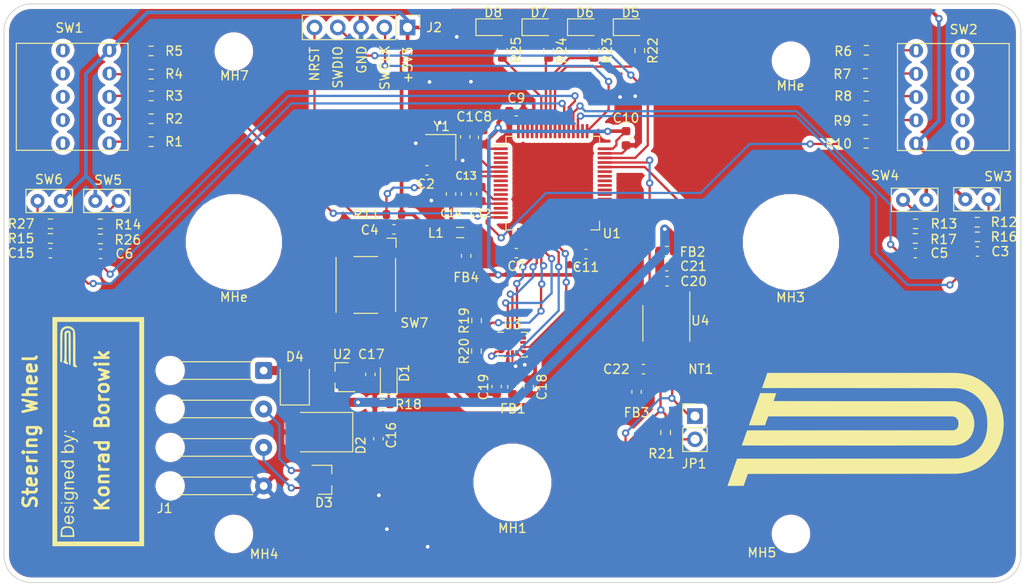
<source format=kicad_pcb>
(kicad_pcb (version 20171130) (host pcbnew "(5.1.12)-1")
  (layers (0 F.Cu signal) (31 B.Cu signal) (34 B.Paste user) (35 F.Paste user) (36 B.SilkS user) (37 F.SilkS user) (38 B.Mask user) (39 F.Mask user) (44 Edge.Cuts user))
  (net 0 "")
  (net 1 GND)
  (net 2 /OSC_IN)
  (net 3 /OSC_OUT)
  (net 4 /SW3)
  (net 5 /NRST)
  (net 6 /SW4)
  (net 7 /SW5)
  (net 8 +3V3)
  (net 9 +5V)
  (net 10 /IMU/+3.3V_IMU)
  (net 11 /CAN/+5V_CAN_VDD)
  (net 12 /CAN/+3V3_VIO)
  (net 13 "Net-(D1-Pad1)")
  (net 14 /SWDIO)
  (net 15 /SWCLK)
  (net 16 "Net-(JP1-Pad2)")
  (net 17 /CAN/SHDN)
  (net 18 "Net-(R1-Pad2)")
  (net 19 "Net-(R1-Pad1)")
  (net 20 "Net-(R2-Pad2)")
  (net 21 "Net-(R3-Pad2)")
  (net 22 /SW1)
  (net 23 "Net-(R6-Pad2)")
  (net 24 "Net-(R6-Pad1)")
  (net 25 "Net-(R7-Pad2)")
  (net 26 "Net-(R8-Pad2)")
  (net 27 /SW2)
  (net 28 "Net-(R12-Pad2)")
  (net 29 "Net-(R14-Pad2)")
  (net 30 /IMU/SDX)
  (net 31 /IMU/SCX)
  (net 32 "Net-(SW1-Pad10)")
  (net 33 "Net-(SW1-Pad9)")
  (net 34 "Net-(SW1-Pad8)")
  (net 35 "Net-(SW1-Pad7)")
  (net 36 "Net-(SW1-Pad6)")
  (net 37 "Net-(SW2-Pad10)")
  (net 38 "Net-(SW2-Pad9)")
  (net 39 "Net-(SW2-Pad8)")
  (net 40 "Net-(SW2-Pad7)")
  (net 41 "Net-(SW2-Pad6)")
  (net 42 "Net-(U1-Pad62)")
  (net 43 "Net-(U1-Pad61)")
  (net 44 "Net-(U1-Pad60)")
  (net 45 /SWO)
  (net 46 "Net-(U1-Pad50)")
  (net 47 /CAN_RX)
  (net 48 /CAN_TX)
  (net 49 "Net-(U1-Pad43)")
  (net 50 "Net-(U1-Pad42)")
  (net 51 "Net-(U1-Pad41)")
  (net 52 "Net-(U1-Pad40)")
  (net 53 "Net-(U1-Pad39)")
  (net 54 "Net-(U1-Pad38)")
  (net 55 "Net-(U1-Pad37)")
  (net 56 "Net-(U1-Pad36)")
  (net 57 "Net-(U1-Pad35)")
  (net 58 "Net-(U1-Pad34)")
  (net 59 "Net-(U1-Pad33)")
  (net 60 "Net-(U1-Pad30)")
  (net 61 "Net-(U1-Pad29)")
  (net 62 "Net-(U1-Pad28)")
  (net 63 "Net-(U1-Pad27)")
  (net 64 "Net-(U1-Pad26)")
  (net 65 /IMU_INT2)
  (net 66 /IMU_INT1)
  (net 67 /IMU_SPI1_MOSI)
  (net 68 /IMU_SPI1_MISO)
  (net 69 /IMU_SPI1_SCK)
  (net 70 "Net-(U1-Pad17)")
  (net 71 "Net-(U1-Pad11)")
  (net 72 "Net-(U1-Pad4)")
  (net 73 "Net-(U1-Pad3)")
  (net 74 "Net-(U1-Pad2)")
  (net 75 /IMU_SPI1_CS)
  (net 76 "Net-(U3-Pad11)")
  (net 77 "Net-(U3-Pad10)")
  (net 78 /+3V3_uC)
  (net 79 /+3V3_uCa)
  (net 80 /ControlLED1)
  (net 81 /ControlLED2)
  (net 82 /ControlLED3)
  (net 83 /ControlLED4)
  (net 84 "Net-(U1-Pad14)")
  (net 85 "Net-(U1-Pad10)")
  (net 86 "Net-(U1-Pad9)")
  (net 87 "Net-(U1-Pad8)")
  (net 88 /CAN-)
  (net 89 /CAN+)
  (net 90 /SW6)
  (net 91 "Net-(R13-Pad2)")
  (net 92 "Net-(R15-Pad2)")
  (net 93 "Net-(D5-Pad2)")
  (net 94 "Net-(D6-Pad2)")
  (net 95 "Net-(D7-Pad2)")
  (net 96 "Net-(D8-Pad2)")
  (module PUTM_Kicad_FOOTPRINTS:LGA-14_3x2.5mm_P0.5mm_LayoutBorder3x4y (layer F.Cu) (at 158 127.025)
    (fp_text reference U3 (at 0 -2.2) (layer F.SilkS))
    (fp_text value IMS330DHCX)
    (pad 1 smd custom (at -1.1625 -0.75) (size 0.223223 0.223223) (layers F.Cu F.Paste F.Mask) (net 68 /IMU_SPI1_MISO) (options (clearance outline) (anchor circle)) (primitives (gr_poly (pts (xy -0.2375 -0.125) (xy 0.031434 -0.125) (xy 0.2375 0.081066) (xy 0.2375 0.125) (xy -0.2375 0.125)) (width 0.15))))
    (pad 2 smd roundrect (at -1.1625 -0.25) (size 0.625 0.32) (layers F.Cu F.Paste F.Mask) (net 30 /IMU/SDX) (clearance 0.2))
    (pad 3 smd roundrect (at -1.1625 0.25) (size 0.625 0.32) (layers F.Cu F.Paste F.Mask) (net 31 /IMU/SCX))
    (pad 4 smd custom (at -1.1625 0.75) (size 0.223223 0.223223) (layers F.Cu F.Paste F.Mask) (net 66 /IMU_INT1) (options (clearance outline) (anchor circle)) (primitives (gr_poly (pts (xy -0.2375 -0.125) (xy 0.2375 -0.125) (xy 0.2375 -0.081066) (xy 0.031434 0.125) (xy -0.2375 0.125)) (width 0.15))))
    (pad 5 smd custom (at -0.5 0.9125) (size 0.223223 0.223223) (layers F.Cu F.Paste F.Mask) (net 10 /IMU/+3.3V_IMU) (options (clearance outline) (anchor circle)) (primitives (gr_poly (pts (xy -0.125 -0.031434) (xy 0.081066 -0.2375) (xy 0.125 -0.2375) (xy 0.125 0.2375) (xy -0.125 0.2375)) (width 0.15))))
    (pad 6 smd roundrect (at 0 0.9125) (size 0.32 0.625) (layers F.Cu F.Paste F.Mask) (net 1 GND))
    (pad 7 smd custom (at 0.5 0.9125) (size 0.223223 0.223223) (layers F.Cu F.Paste F.Mask) (net 1 GND) (options (clearance outline) (anchor circle)) (primitives (gr_poly (pts (xy -0.125 -0.2375) (xy -0.081066 -0.2375) (xy 0.125 -0.031434) (xy 0.125 0.2375) (xy -0.125 0.2375)) (width 0.15))))
    (pad 8 smd custom (at 1.1625 0.75) (size 0.223223 0.223223) (layers F.Cu F.Paste F.Mask) (net 10 /IMU/+3.3V_IMU) (options (clearance outline) (anchor circle)) (primitives (gr_poly (pts (xy -0.2375 -0.125) (xy 0.2375 -0.125) (xy 0.2375 0.125) (xy -0.031434 0.125) (xy -0.2375 -0.081066)) (width 0.15))))
    (pad 9 smd roundrect (at 1.1625 0.25) (size 0.625 0.32) (layers F.Cu F.Paste F.Mask) (net 65 /IMU_INT2))
    (pad 10 smd roundrect (at 1.1625 -0.25) (size 0.625 0.32) (layers F.Cu F.Paste F.Mask) (net 77 "Net-(U3-Pad10)"))
    (pad 11 smd custom (at 1.1625 -0.75) (size 0.223223 0.223223) (layers F.Cu F.Paste F.Mask) (net 76 "Net-(U3-Pad11)") (options (clearance outline) (anchor circle)) (primitives (gr_poly (pts (xy -0.2375 0.081066) (xy -0.031434 -0.125) (xy 0.2375 -0.125) (xy 0.2375 0.125) (xy -0.2375 0.125)) (width 0.15))))
    (pad 12 smd custom (at 0.5 -0.9125) (size 0.223223 0.223223) (layers F.Cu F.Paste F.Mask) (net 75 /IMU_SPI1_CS) (options (clearance outline) (anchor circle)) (primitives (gr_poly (pts (xy -0.125 -0.2375) (xy 0.125 -0.2375) (xy 0.125 0.031434) (xy -0.081066 0.2375) (xy -0.125 0.2375)) (width 0.15))))
    (pad 13 smd roundrect (at 0 -0.9125) (size 0.32 0.625) (layers F.Cu F.Paste F.Mask) (net 69 /IMU_SPI1_SCK))
    (pad 14 smd custom (at -0.5 -0.9125) (size 0.223223 0.223223) (layers F.Cu F.Paste F.Mask) (net 67 /IMU_SPI1_MOSI) (options (clearance outline) (anchor circle)) (primitives (gr_poly (pts (xy -0.125 -0.2375) (xy 0.125 -0.2375) (xy 0.125 0.2375) (xy 0.081066 0.2375) (xy -0.125 0.031434)) (width 0.15))))
  )
  (module Logos:SignatureBox25mm (layer F.Cu) (at 112.8 136.55 90)
    (fp_text reference G*** hide)
    (fp_text value LOGO hide)
  )
  (module Logos:PUTM_LOGO_35mm (layer F.Cu) (at 195.625 135.95)
    (fp_text reference G*** hide)
    (fp_text value LOGO hide)
  )
  (module Capacitor_SMD:C_0603_1608Metric (layer F.Cu) (at 143.375 137.3 270)
    (fp_text reference C16 (at -0.38 -1.4 270) (layer F.SilkS))
    (fp_text value 100nF)
    (pad 2 smd roundrect (at 0.775 0 270) (size 0.9 0.95) (layers F.Cu F.Paste F.Mask) (net 1 GND))
    (pad 1 smd roundrect (at -0.775 0 270) (size 0.9 0.95) (layers F.Cu F.Paste F.Mask) (net 9 +5V))
  )
  (module Rotary_Encoder:SW_Rotary2x4 (layer F.Cu) (at 111.475 99.95 270)
    (fp_text reference SW1 (at -7.525 1.825 180) (layer F.SilkS))
    (fp_text value SW_Rotary2x4)
    (pad 5 thru_hole circle (at 5.08 -2.54 270) (size 1.524 1.524) (drill oval 1 0.5) (layers *.Cu *.Mask) (net 19 "Net-(R1-Pad1)"))
    (pad 4 thru_hole circle (at 2.54 -2.54 270) (size 1.524 1.524) (drill oval 1 0.5) (layers *.Cu *.Mask) (net 18 "Net-(R1-Pad2)"))
    (pad 3 thru_hole circle (at 0 -2.54 270) (size 1.524 1.524) (drill oval 1 0.5) (layers *.Cu *.Mask) (net 20 "Net-(R2-Pad2)"))
    (pad 2 thru_hole circle (at -2.54 -2.54 270) (size 1.524 1.524) (drill oval 1 0.5) (layers *.Cu *.Mask) (net 21 "Net-(R3-Pad2)"))
    (pad 1 thru_hole circle (at -5.08 -2.54 270) (size 1.524 1.524) (drill oval 1 0.5) (layers *.Cu *.Mask) (net 8 +3V3))
    (pad 10 thru_hole circle (at -5.08 2.54 270) (size 1.524 1.524) (drill oval 1 0.5) (layers *.Cu *.Mask) (net 32 "Net-(SW1-Pad10)"))
    (pad 9 thru_hole circle (at -2.54 2.54 270) (size 1.524 1.524) (drill oval 1 0.5) (layers *.Cu *.Mask) (net 33 "Net-(SW1-Pad9)"))
    (pad 8 thru_hole circle (at 0 2.54 270) (size 1.524 1.524) (drill oval 1 0.5) (layers *.Cu *.Mask) (net 34 "Net-(SW1-Pad8)"))
    (pad 7 thru_hole circle (at 2.54 2.54 270) (size 1.524 1.524) (drill oval 1 0.5) (layers *.Cu *.Mask) (net 35 "Net-(SW1-Pad7)"))
    (pad 6 thru_hole circle (at 5.08 2.54 270) (size 1.524 1.524) (drill oval 1 0.5) (layers *.Cu *.Mask) (net 36 "Net-(SW1-Pad6)"))
  )
  (module Connector_Wire:SolderWire-0.25sqmm_1x04_P4.2mm_D0.65mm_OD1.7mm_Relief (layer F.Cu) (at 130.85 129.85 270)
    (fp_text reference J1 (at 15.05 10.8 180) (layer F.SilkS))
    (fp_text value Conn_01x04_Male)
    (pad "" np_thru_hole circle (at 12.6 10.2 270) (size 2.2 2.2) (drill 2.2) (layers *.Cu *.Mask))
    (pad "" np_thru_hole circle (at 8.4 10.2 270) (size 2.2 2.2) (drill 2.2) (layers *.Cu *.Mask))
    (pad "" np_thru_hole circle (at 4.2 10.2 270) (size 2.2 2.2) (drill 2.2) (layers *.Cu *.Mask))
    (pad "" np_thru_hole circle (at 0 10.2 270) (size 2.2 2.2) (drill 2.2) (layers *.Cu *.Mask))
    (pad 4 thru_hole circle (at 12.6 0 270) (size 1.85 1.85) (drill 0.85) (layers *.Cu *.Mask) (net 1 GND))
    (pad 3 thru_hole circle (at 8.4 0 270) (size 1.85 1.85) (drill 0.85) (layers *.Cu *.Mask) (net 88 /CAN-))
    (pad 2 thru_hole circle (at 4.2 0 270) (size 1.85 1.85) (drill 0.85) (layers *.Cu *.Mask) (net 89 /CAN+))
    (pad 1 thru_hole roundrect (at 0 0 270) (size 1.85 1.85) (drill 0.85) (layers *.Cu *.Mask) (roundrect_rratio 0.135135) (net 9 +5V))
  )
  (module MountingHole:MountingHole_3.2mm_M3 (layer F.Cu) (at 127.6 95)
    (fp_text reference MH7 (at 0.05 2.65) (layer F.SilkS))
    (fp_text value MountingHole_3.2mm_M3)
    (pad 1 np_thru_hole circle (at 0 0) (size 3.2 3.2) (drill 3.2) (layers *.Cu *.Mask))
  )
  (module MountingHole:MountingHole_3.2mm_M3 (layer F.Cu) (at 188.4 96)
    (fp_text reference MHe (at -0.05 2.75) (layer F.SilkS))
    (fp_text value MountingHole_3.2mm_M3)
    (pad 1 np_thru_hole circle (at 0 0) (size 3.2 3.2) (drill 3.2) (layers *.Cu *.Mask))
  )
  (module MountingHole:MountingHole_3.2mm_M3 (layer F.Cu) (at 188.425 147.7)
    (fp_text reference MH5 (at -3.2 2.05) (layer F.SilkS))
    (fp_text value MountingHole_3.2mm_M3)
    (pad "" np_thru_hole circle (at -0.025 0) (size 3.2 3.2) (drill 3.2) (layers *.Cu *.Mask))
  )
  (module MountingHole:MountingHole_3.2mm_M3 (layer F.Cu) (at 127.6 147.7)
    (fp_text reference MH4 (at 3.3 2.2 180) (layer F.SilkS))
    (fp_text value MountingHole_3.2mm_M3)
    (pad 1 np_thru_hole circle (at 0 0) (size 3.2 3.2) (drill 3.2) (layers *.Cu *.Mask))
  )
  (module MountingHole:MountingHole_9.5mm (layer F.Cu) (at 188.4 115.825)
    (fp_text reference MH3 (at -0.05 6.05) (layer F.SilkS))
    (fp_text value MountingHole_9.5mm)
    (pad "" np_thru_hole circle (at 0 0) (size 9.5 9.5) (drill 9.5) (layers *.Cu *.Mask))
  )
  (module MountingHole:MountingHole_9.5mm (layer F.Cu) (at 127.6 115.825)
    (fp_text reference MHe (at 0 6) (layer F.SilkS))
    (fp_text value MountingHole_9.5mm)
    (pad "" np_thru_hole circle (at 0 0) (size 9.5 9.5) (drill 9.5) (layers *.Cu *.Mask))
  )
  (module MountingHole:MountingHole_7.5mm (layer F.Cu) (at 158 142.075)
    (fp_text reference MH1 (at 0 5) (layer F.SilkS))
    (fp_text value MountingHole_7.5mm)
    (pad "" np_thru_hole circle (at 0 0) (size 7.5 7.5) (drill 7.5) (layers *.Cu *.Mask))
  )
  (module Capacitor_SMD:C_0603_1608Metric (layer F.Cu) (at 158.425 117.025 180)
    (fp_text reference C7 (at 0 -1.43) (layer F.SilkS))
    (fp_text value 100nF)
    (pad 2 smd roundrect (at 0.775 0 180) (size 0.9 0.95) (layers F.Cu F.Paste F.Mask) (net 1 GND))
    (pad 1 smd roundrect (at -0.775 0 180) (size 0.9 0.95) (layers F.Cu F.Paste F.Mask) (net 78 /+3V3_uC))
  )
  (module Rotary_Encoder:SW_Rotary2x4 (layer F.Cu) (at 204.6 99.975 90)
    (fp_text reference SW2 (at 7.375 2.65 180) (layer F.SilkS))
    (fp_text value SW_Rotary2x4)
    (pad 5 thru_hole circle (at 5.08 -2.54 90) (size 1.524 1.524) (drill oval 1 0.5) (layers *.Cu *.Mask) (net 24 "Net-(R6-Pad1)"))
    (pad 4 thru_hole circle (at 2.54 -2.54 90) (size 1.524 1.524) (drill oval 1 0.5) (layers *.Cu *.Mask) (net 23 "Net-(R6-Pad2)"))
    (pad 3 thru_hole circle (at 0 -2.54 90) (size 1.524 1.524) (drill oval 1 0.5) (layers *.Cu *.Mask) (net 25 "Net-(R7-Pad2)"))
    (pad 2 thru_hole circle (at -2.54 -2.54 90) (size 1.524 1.524) (drill oval 1 0.5) (layers *.Cu *.Mask) (net 26 "Net-(R8-Pad2)"))
    (pad 1 thru_hole circle (at -5.08 -2.54 90) (size 1.524 1.524) (drill oval 1 0.5) (layers *.Cu *.Mask) (net 8 +3V3))
    (pad 10 thru_hole circle (at -5.08 2.54 90) (size 1.524 1.524) (drill oval 1 0.5) (layers *.Cu *.Mask) (net 37 "Net-(SW2-Pad10)"))
    (pad 9 thru_hole circle (at -2.54 2.54 90) (size 1.524 1.524) (drill oval 1 0.5) (layers *.Cu *.Mask) (net 38 "Net-(SW2-Pad9)"))
    (pad 8 thru_hole circle (at 0 2.54 90) (size 1.524 1.524) (drill oval 1 0.5) (layers *.Cu *.Mask) (net 39 "Net-(SW2-Pad8)"))
    (pad 7 thru_hole circle (at 2.54 2.54 90) (size 1.524 1.524) (drill oval 1 0.5) (layers *.Cu *.Mask) (net 40 "Net-(SW2-Pad7)"))
    (pad 6 thru_hole circle (at 5.08 2.54 90) (size 1.524 1.524) (drill oval 1 0.5) (layers *.Cu *.Mask) (net 41 "Net-(SW2-Pad6)"))
  )
  (module Package_QFP:LQFP-64_10x10mm_P0.5mm (layer F.Cu) (at 162.4 109.375)
    (fp_text reference U1 (at 6.45 5.5) (layer F.SilkS))
    (fp_text value STM32L4P5RET6)
    (pad 64 smd roundrect (at -3.75 -5.675) (size 0.3 1.55) (layers F.Cu F.Paste F.Mask) (net 78 /+3V3_uC))
    (pad 63 smd roundrect (at -3.25 -5.675) (size 0.3 1.55) (layers F.Cu F.Paste F.Mask) (net 1 GND))
    (pad 62 smd roundrect (at -2.75 -5.675) (size 0.3 1.55) (layers F.Cu F.Paste F.Mask) (net 42 "Net-(U1-Pad62)"))
    (pad 61 smd roundrect (at -2.25 -5.675) (size 0.3 1.55) (layers F.Cu F.Paste F.Mask) (net 43 "Net-(U1-Pad61)"))
    (pad 60 smd roundrect (at -1.75 -5.675) (size 0.3 1.55) (layers F.Cu F.Paste F.Mask) (net 44 "Net-(U1-Pad60)"))
    (pad 59 smd roundrect (at -1.25 -5.675) (size 0.3 1.55) (layers F.Cu F.Paste F.Mask) (net 83 /ControlLED4))
    (pad 58 smd roundrect (at -0.75 -5.675) (size 0.3 1.55) (layers F.Cu F.Paste F.Mask) (net 82 /ControlLED3))
    (pad 57 smd roundrect (at -0.25 -5.675) (size 0.3 1.55) (layers F.Cu F.Paste F.Mask) (net 81 /ControlLED2))
    (pad 56 smd roundrect (at 0.25 -5.675) (size 0.3 1.55) (layers F.Cu F.Paste F.Mask) (net 80 /ControlLED1))
    (pad 55 smd roundrect (at 0.75 -5.675) (size 0.3 1.55) (layers F.Cu F.Paste F.Mask) (net 45 /SWO))
    (pad 54 smd roundrect (at 1.25 -5.675) (size 0.3 1.55) (layers F.Cu F.Paste F.Mask) (net 90 /SW6))
    (pad 53 smd roundrect (at 1.75 -5.675) (size 0.3 1.55) (layers F.Cu F.Paste F.Mask) (net 7 /SW5))
    (pad 52 smd roundrect (at 2.25 -5.675) (size 0.3 1.55) (layers F.Cu F.Paste F.Mask) (net 6 /SW4))
    (pad 51 smd roundrect (at 2.75 -5.675) (size 0.3 1.55) (layers F.Cu F.Paste F.Mask) (net 4 /SW3))
    (pad 50 smd roundrect (at 3.25 -5.675) (size 0.3 1.55) (layers F.Cu F.Paste F.Mask) (net 46 "Net-(U1-Pad50)"))
    (pad 49 smd roundrect (at 3.75 -5.675) (size 0.3 1.55) (layers F.Cu F.Paste F.Mask) (net 15 /SWCLK))
    (pad 48 smd roundrect (at 5.675 -3.75) (size 1.55 0.3) (layers F.Cu F.Paste F.Mask) (net 78 /+3V3_uC))
    (pad 47 smd roundrect (at 5.675 -3.25) (size 1.55 0.3) (layers F.Cu F.Paste F.Mask) (net 1 GND))
    (pad 46 smd roundrect (at 5.675 -2.75) (size 1.55 0.3) (layers F.Cu F.Paste F.Mask) (net 14 /SWDIO))
    (pad 45 smd roundrect (at 5.675 -2.25) (size 1.55 0.3) (layers F.Cu F.Paste F.Mask) (net 47 /CAN_RX))
    (pad 44 smd roundrect (at 5.675 -1.75) (size 1.55 0.3) (layers F.Cu F.Paste F.Mask) (net 48 /CAN_TX))
    (pad 43 smd roundrect (at 5.675 -1.25) (size 1.55 0.3) (layers F.Cu F.Paste F.Mask) (net 49 "Net-(U1-Pad43)"))
    (pad 42 smd roundrect (at 5.675 -0.75) (size 1.55 0.3) (layers F.Cu F.Paste F.Mask) (net 50 "Net-(U1-Pad42)"))
    (pad 41 smd roundrect (at 5.675 -0.25) (size 1.55 0.3) (layers F.Cu F.Paste F.Mask) (net 51 "Net-(U1-Pad41)"))
    (pad 40 smd roundrect (at 5.675 0.25) (size 1.55 0.3) (layers F.Cu F.Paste F.Mask) (net 52 "Net-(U1-Pad40)"))
    (pad 39 smd roundrect (at 5.675 0.75) (size 1.55 0.3) (layers F.Cu F.Paste F.Mask) (net 53 "Net-(U1-Pad39)"))
    (pad 38 smd roundrect (at 5.675 1.25) (size 1.55 0.3) (layers F.Cu F.Paste F.Mask) (net 54 "Net-(U1-Pad38)"))
    (pad 37 smd roundrect (at 5.675 1.75) (size 1.55 0.3) (layers F.Cu F.Paste F.Mask) (net 55 "Net-(U1-Pad37)"))
    (pad 36 smd roundrect (at 5.675 2.25) (size 1.55 0.3) (layers F.Cu F.Paste F.Mask) (net 56 "Net-(U1-Pad36)"))
    (pad 35 smd roundrect (at 5.675 2.75) (size 1.55 0.3) (layers F.Cu F.Paste F.Mask) (net 57 "Net-(U1-Pad35)"))
    (pad 34 smd roundrect (at 5.675 3.25) (size 1.55 0.3) (layers F.Cu F.Paste F.Mask) (net 58 "Net-(U1-Pad34)"))
    (pad 33 smd roundrect (at 5.675 3.75) (size 1.55 0.3) (layers F.Cu F.Paste F.Mask) (net 59 "Net-(U1-Pad33)"))
    (pad 32 smd roundrect (at 3.75 5.675) (size 0.3 1.55) (layers F.Cu F.Paste F.Mask) (net 78 /+3V3_uC))
    (pad 31 smd roundrect (at 3.25 5.675) (size 0.3 1.55) (layers F.Cu F.Paste F.Mask) (net 1 GND))
    (pad 30 smd roundrect (at 2.75 5.675) (size 0.3 1.55) (layers F.Cu F.Paste F.Mask) (net 60 "Net-(U1-Pad30)"))
    (pad 29 smd roundrect (at 2.25 5.675) (size 0.3 1.55) (layers F.Cu F.Paste F.Mask) (net 61 "Net-(U1-Pad29)"))
    (pad 28 smd roundrect (at 1.75 5.675) (size 0.3 1.55) (layers F.Cu F.Paste F.Mask) (net 62 "Net-(U1-Pad28)"))
    (pad 27 smd roundrect (at 1.25 5.675) (size 0.3 1.55) (layers F.Cu F.Paste F.Mask) (net 63 "Net-(U1-Pad27)"))
    (pad 26 smd roundrect (at 0.75 5.675) (size 0.3 1.55) (layers F.Cu F.Paste F.Mask) (net 64 "Net-(U1-Pad26)"))
    (pad 25 smd roundrect (at 0.25 5.675) (size 0.3 1.55) (layers F.Cu F.Paste F.Mask) (net 65 /IMU_INT2))
    (pad 24 smd roundrect (at -0.25 5.675) (size 0.3 1.55) (layers F.Cu F.Paste F.Mask) (net 66 /IMU_INT1))
    (pad 23 smd roundrect (at -0.75 5.675) (size 0.3 1.55) (layers F.Cu F.Paste F.Mask) (net 67 /IMU_SPI1_MOSI))
    (pad 22 smd roundrect (at -1.25 5.675) (size 0.3 1.55) (layers F.Cu F.Paste F.Mask) (net 68 /IMU_SPI1_MISO))
    (pad 21 smd roundrect (at -1.75 5.675) (size 0.3 1.55) (layers F.Cu F.Paste F.Mask) (net 69 /IMU_SPI1_SCK))
    (pad 20 smd roundrect (at -2.25 5.675) (size 0.3 1.55) (layers F.Cu F.Paste F.Mask) (net 75 /IMU_SPI1_CS))
    (pad 19 smd roundrect (at -2.75 5.675) (size 0.3 1.55) (layers F.Cu F.Paste F.Mask) (net 78 /+3V3_uC))
    (pad 18 smd roundrect (at -3.25 5.675) (size 0.3 1.55) (layers F.Cu F.Paste F.Mask) (net 1 GND))
    (pad 17 smd roundrect (at -3.75 5.675) (size 0.3 1.55) (layers F.Cu F.Paste F.Mask) (net 70 "Net-(U1-Pad17)"))
    (pad 16 smd roundrect (at -5.675 3.75) (size 1.55 0.3) (layers F.Cu F.Paste F.Mask) (net 27 /SW2))
    (pad 15 smd roundrect (at -5.675 3.25) (size 1.55 0.3) (layers F.Cu F.Paste F.Mask) (net 22 /SW1))
    (pad 14 smd roundrect (at -5.675 2.75) (size 1.55 0.3) (layers F.Cu F.Paste F.Mask) (net 84 "Net-(U1-Pad14)"))
    (pad 13 smd roundrect (at -5.675 2.25) (size 1.55 0.3) (layers F.Cu F.Paste F.Mask) (net 79 /+3V3_uCa))
    (pad 12 smd roundrect (at -5.675 1.75) (size 1.55 0.3) (layers F.Cu F.Paste F.Mask) (net 1 GND))
    (pad 11 smd roundrect (at -5.675 1.25) (size 1.55 0.3) (layers F.Cu F.Paste F.Mask) (net 71 "Net-(U1-Pad11)"))
    (pad 10 smd roundrect (at -5.675 0.75) (size 1.55 0.3) (layers F.Cu F.Paste F.Mask) (net 85 "Net-(U1-Pad10)"))
    (pad 9 smd roundrect (at -5.675 0.25) (size 1.55 0.3) (layers F.Cu F.Paste F.Mask) (net 86 "Net-(U1-Pad9)"))
    (pad 8 smd roundrect (at -5.675 -0.25) (size 1.55 0.3) (layers F.Cu F.Paste F.Mask) (net 87 "Net-(U1-Pad8)"))
    (pad 7 smd roundrect (at -5.675 -0.75) (size 1.55 0.3) (layers F.Cu F.Paste F.Mask) (net 5 /NRST))
    (pad 6 smd roundrect (at -5.675 -1.25) (size 1.55 0.3) (layers F.Cu F.Paste F.Mask) (net 3 /OSC_OUT))
    (pad 5 smd roundrect (at -5.675 -1.75) (size 1.55 0.3) (layers F.Cu F.Paste F.Mask) (net 2 /OSC_IN))
    (pad 4 smd roundrect (at -5.675 -2.25) (size 1.55 0.3) (layers F.Cu F.Paste F.Mask) (net 72 "Net-(U1-Pad4)"))
    (pad 3 smd roundrect (at -5.675 -2.75) (size 1.55 0.3) (layers F.Cu F.Paste F.Mask) (net 73 "Net-(U1-Pad3)"))
    (pad 2 smd roundrect (at -5.675 -3.25) (size 1.55 0.3) (layers F.Cu F.Paste F.Mask) (net 74 "Net-(U1-Pad2)"))
    (pad 1 smd roundrect (at -5.675 -3.75) (size 1.55 0.3) (layers F.Cu F.Paste F.Mask) (net 78 /+3V3_uC))
  )
  (module Resistor_SMD:R_0603_1608Metric (layer F.Cu) (at 171.9 94.9 270)
    (fp_text reference R22 (at 0 -1.43 90) (layer F.SilkS))
    (fp_text value 1k)
    (pad 2 smd roundrect (at 0.825 0 270) (size 0.8 0.95) (layers F.Cu F.Paste F.Mask) (net 80 /ControlLED1))
    (pad 1 smd roundrect (at -0.825 0 270) (size 0.8 0.95) (layers F.Cu F.Paste F.Mask) (net 93 "Net-(D5-Pad2)"))
  )
  (module Connector_PinHeader_2.54mm:PinHeader_1x05_P2.54mm_Vertical (layer F.Cu) (at 146.56 92.375 270)
    (fp_text reference J2 (at 0 -2.9 180) (layer F.SilkS))
    (fp_text value Conn_01x05_Male)
    (pad 5 thru_hole oval (at 0 10.16 270) (size 1.7 1.7) (drill 1) (layers *.Cu *.Mask) (net 5 /NRST))
    (pad 4 thru_hole oval (at 0 7.62 270) (size 1.7 1.7) (drill 1) (layers *.Cu *.Mask) (net 14 /SWDIO))
    (pad 3 thru_hole oval (at 0 5.08 270) (size 1.7 1.7) (drill 1) (layers *.Cu *.Mask) (net 1 GND))
    (pad 2 thru_hole oval (at 0 2.54 270) (size 1.7 1.7) (drill 1) (layers *.Cu *.Mask) (net 15 /SWCLK))
    (pad 1 thru_hole rect (at 0 0 270) (size 1.7 1.7) (drill 1) (layers *.Cu *.Mask) (net 8 +3V3))
  )
  (module Resistor_SMD:R_0603_1608Metric (layer F.Cu) (at 156.9 94.9 270)
    (fp_text reference R25 (at -0.075 -1.5 90) (layer F.SilkS))
    (fp_text value 1k)
    (pad 2 smd roundrect (at 0.825 0 270) (size 0.8 0.95) (layers F.Cu F.Paste F.Mask) (net 83 /ControlLED4))
    (pad 1 smd roundrect (at -0.825 0 270) (size 0.8 0.95) (layers F.Cu F.Paste F.Mask) (net 96 "Net-(D8-Pad2)"))
  )
  (module Resistor_SMD:R_0603_1608Metric (layer F.Cu) (at 161.95 94.9 270)
    (fp_text reference R24 (at 0 -1.43 90) (layer F.SilkS))
    (fp_text value 1k)
    (pad 2 smd roundrect (at 0.825 0 270) (size 0.8 0.95) (layers F.Cu F.Paste F.Mask) (net 82 /ControlLED3))
    (pad 1 smd roundrect (at -0.825 0 270) (size 0.8 0.95) (layers F.Cu F.Paste F.Mask) (net 95 "Net-(D7-Pad2)"))
  )
  (module Resistor_SMD:R_0603_1608Metric (layer F.Cu) (at 166.9 94.9 270)
    (fp_text reference R23 (at 0 -1.43 90) (layer F.SilkS))
    (fp_text value 1k)
    (pad 2 smd roundrect (at 0.825 0 270) (size 0.8 0.95) (layers F.Cu F.Paste F.Mask) (net 81 /ControlLED2))
    (pad 1 smd roundrect (at -0.825 0 270) (size 0.8 0.95) (layers F.Cu F.Paste F.Mask) (net 94 "Net-(D6-Pad2)"))
  )
  (module Diode_SMD:D_0805_2012Metric_Castellated (layer F.Cu) (at 160.9375 92.35)
    (fp_text reference D7 (at 0 -1.6) (layer F.SilkS))
    (fp_text value LED)
    (pad 2 smd roundrect (at 0.9625 0) (size 1.325 1.3) (layers F.Cu F.Paste F.Mask) (roundrect_rratio 0.192308) (net 95 "Net-(D7-Pad2)"))
    (pad 1 smd roundrect (at -0.9625 0) (size 1.325 1.3) (layers F.Cu F.Paste F.Mask) (roundrect_rratio 0.192308) (net 8 +3V3))
  )
  (module Diode_SMD:D_0805_2012Metric_Castellated (layer F.Cu) (at 165.9 92.35)
    (fp_text reference D6 (at 0 -1.6) (layer F.SilkS))
    (fp_text value LED)
    (pad 2 smd roundrect (at 0.9625 0) (size 1.325 1.3) (layers F.Cu F.Paste F.Mask) (roundrect_rratio 0.192308) (net 94 "Net-(D6-Pad2)"))
    (pad 1 smd roundrect (at -0.9625 0) (size 1.325 1.3) (layers F.Cu F.Paste F.Mask) (roundrect_rratio 0.192308) (net 8 +3V3))
  )
  (module Diode_SMD:D_0805_2012Metric_Castellated (layer F.Cu) (at 155.9 92.35)
    (fp_text reference D8 (at 0 -1.6) (layer F.SilkS))
    (fp_text value LED)
    (pad 2 smd roundrect (at 0.9625 0) (size 1.325 1.3) (layers F.Cu F.Paste F.Mask) (roundrect_rratio 0.192308) (net 96 "Net-(D8-Pad2)"))
    (pad 1 smd roundrect (at -0.9625 0) (size 1.325 1.3) (layers F.Cu F.Paste F.Mask) (roundrect_rratio 0.192308) (net 8 +3V3))
  )
  (module Diode_SMD:D_0805_2012Metric_Castellated (layer F.Cu) (at 170.9 92.35)
    (fp_text reference D5 (at 0 -1.6) (layer F.SilkS))
    (fp_text value LED)
    (pad 2 smd roundrect (at 0.9625 0) (size 1.325 1.3) (layers F.Cu F.Paste F.Mask) (roundrect_rratio 0.192308) (net 93 "Net-(D5-Pad2)"))
    (pad 1 smd roundrect (at -0.9625 0) (size 1.325 1.3) (layers F.Cu F.Paste F.Mask) (roundrect_rratio 0.192308) (net 8 +3V3))
  )
  (module Button_Switch_SMD:SW_SPST_Omron_B3FS-100xP (layer F.Cu) (at 142 120.5 270)
    (fp_text reference SW7 (at 4.15 -5.3 180) (layer F.SilkS))
    (fp_text value SW_MEC_5G)
    (pad 3 smd rect (at -4 2.25 90) (size 1.6 1.4) (layers F.Cu F.Paste F.Mask) (net 1 GND))
    (pad 4 smd rect (at 4 2.25 90) (size 1.6 1.4) (layers F.Cu F.Paste F.Mask) (net 1 GND))
    (pad 1 smd rect (at -4 -2.25 90) (size 1.6 1.4) (layers F.Cu F.Paste F.Mask) (net 5 /NRST))
    (pad 2 smd rect (at 4 -2.25 90) (size 1.6 1.4) (layers F.Cu F.Paste F.Mask) (net 5 /NRST))
  )
  (module Button_Switch_THT:MyPushbuttonSwitch (layer F.Cu) (at 107.445 111.325 180)
    (fp_text reference SW6 (at 0.02 2.35) (layer F.SilkS))
    (fp_text value SW_Push)
    (pad 2 thru_hole circle (at 1.27 0 180) (size 1.524 1.524) (drill 0.762) (layers *.Cu *.Mask) (net 92 "Net-(R15-Pad2)"))
    (pad 1 thru_hole circle (at -1.27 0 180) (size 1.524 1.524) (drill 0.762) (layers *.Cu *.Mask) (net 8 +3V3))
  )
  (module Button_Switch_THT:MyPushbuttonSwitch (layer F.Cu) (at 113.745 111.325)
    (fp_text reference SW5 (at 0.13 -2.275) (layer F.SilkS))
    (fp_text value SW_Push)
    (pad 2 thru_hole circle (at 1.27 0) (size 1.524 1.524) (drill 0.762) (layers *.Cu *.Mask) (net 29 "Net-(R14-Pad2)"))
    (pad 1 thru_hole circle (at -1.27 0) (size 1.524 1.524) (drill 0.762) (layers *.Cu *.Mask) (net 8 +3V3))
  )
  (module Button_Switch_THT:MyPushbuttonSwitch (layer F.Cu) (at 201.9 111.2 180)
    (fp_text reference SW4 (at 3.225 2.65) (layer F.SilkS))
    (fp_text value SW_Push)
    (pad 2 thru_hole circle (at 1.27 0 180) (size 1.524 1.524) (drill 0.762) (layers *.Cu *.Mask) (net 91 "Net-(R13-Pad2)"))
    (pad 1 thru_hole circle (at -1.27 0 180) (size 1.524 1.524) (drill 0.762) (layers *.Cu *.Mask) (net 8 +3V3))
  )
  (module Button_Switch_THT:MyPushbuttonSwitch (layer F.Cu) (at 208.7 111.15)
    (fp_text reference SW3 (at 2.325 -2.5) (layer F.SilkS))
    (fp_text value SW_Push)
    (pad 2 thru_hole circle (at 1.27 0) (size 1.524 1.524) (drill 0.762) (layers *.Cu *.Mask) (net 28 "Net-(R12-Pad2)"))
    (pad 1 thru_hole circle (at -1.27 0) (size 1.524 1.524) (drill 0.762) (layers *.Cu *.Mask) (net 8 +3V3))
  )
  (module Resistor_SMD:R_0603_1608Metric (layer F.Cu) (at 107.575 115.425)
    (fp_text reference R27 (at -3.2 -1.6) (layer F.SilkS))
    (fp_text value 10k)
    (pad 2 smd roundrect (at 0.825 0) (size 0.8 0.95) (layers F.Cu F.Paste F.Mask) (net 90 /SW6))
    (pad 1 smd roundrect (at -0.825 0) (size 0.8 0.95) (layers F.Cu F.Paste F.Mask) (net 1 GND))
  )
  (module Resistor_SMD:R_0603_1608Metric (layer F.Cu) (at 113.025 115.475 180)
    (fp_text reference R26 (at -3 -0.1) (layer F.SilkS))
    (fp_text value 10k)
    (pad 2 smd roundrect (at 0.825 0 180) (size 0.8 0.95) (layers F.Cu F.Paste F.Mask) (net 7 /SW5))
    (pad 1 smd roundrect (at -0.825 0 180) (size 0.8 0.95) (layers F.Cu F.Paste F.Mask) (net 1 GND))
  )
  (module Resistor_SMD:R_0603_1608Metric (layer F.Cu) (at 201.975 115.425 180)
    (fp_text reference R17 (at -3.075 -0.1) (layer F.SilkS))
    (fp_text value 10k)
    (pad 2 smd roundrect (at 0.825 0 180) (size 0.8 0.95) (layers F.Cu F.Paste F.Mask) (net 6 /SW4))
    (pad 1 smd roundrect (at -0.825 0 180) (size 0.8 0.95) (layers F.Cu F.Paste F.Mask) (net 1 GND))
  )
  (module Resistor_SMD:R_0603_1608Metric (layer F.Cu) (at 208.75 115.25 180)
    (fp_text reference R16 (at -2.9 0) (layer F.SilkS))
    (fp_text value 10k)
    (pad 2 smd roundrect (at 0.825 0 180) (size 0.8 0.95) (layers F.Cu F.Paste F.Mask) (net 4 /SW3))
    (pad 1 smd roundrect (at -0.825 0 180) (size 0.8 0.95) (layers F.Cu F.Paste F.Mask) (net 1 GND))
  )
  (module Resistor_SMD:R_0603_1608Metric (layer F.Cu) (at 107.575 113.825 180)
    (fp_text reference R15 (at 3.2 -1.6) (layer F.SilkS))
    (fp_text value 1k)
    (pad 2 smd roundrect (at 0.825 0 180) (size 0.8 0.95) (layers F.Cu F.Paste F.Mask) (net 92 "Net-(R15-Pad2)"))
    (pad 1 smd roundrect (at -0.825 0 180) (size 0.8 0.95) (layers F.Cu F.Paste F.Mask) (net 90 /SW6))
  )
  (module Resistor_SMD:R_0603_1608Metric (layer F.Cu) (at 113.025 113.825)
    (fp_text reference R14 (at 3.025 0.1) (layer F.SilkS))
    (fp_text value 1k)
    (pad 2 smd roundrect (at 0.825 0) (size 0.8 0.95) (layers F.Cu F.Paste F.Mask) (net 29 "Net-(R14-Pad2)"))
    (pad 1 smd roundrect (at -0.825 0) (size 0.8 0.95) (layers F.Cu F.Paste F.Mask) (net 7 /SW5))
  )
  (module Resistor_SMD:R_0603_1608Metric (layer F.Cu) (at 202 113.825)
    (fp_text reference R13 (at 3.1 0) (layer F.SilkS))
    (fp_text value 1k)
    (pad 2 smd roundrect (at 0.825 0) (size 0.8 0.95) (layers F.Cu F.Paste F.Mask) (net 91 "Net-(R13-Pad2)"))
    (pad 1 smd roundrect (at -0.825 0) (size 0.8 0.95) (layers F.Cu F.Paste F.Mask) (net 6 /SW4))
  )
  (module Resistor_SMD:R_0603_1608Metric (layer F.Cu) (at 208.725 113.65)
    (fp_text reference R12 (at 2.925 0) (layer F.SilkS))
    (fp_text value 1k)
    (pad 2 smd roundrect (at 0.825 0) (size 0.8 0.95) (layers F.Cu F.Paste F.Mask) (net 28 "Net-(R12-Pad2)"))
    (pad 1 smd roundrect (at -0.825 0) (size 0.8 0.95) (layers F.Cu F.Paste F.Mask) (net 4 /SW3))
  )
  (module Capacitor_SMD:C_0603_1608Metric (layer F.Cu) (at 107.575 117.025 180)
    (fp_text reference C15 (at 3.2 0) (layer F.SilkS))
    (fp_text value 100nF)
    (pad 2 smd roundrect (at 0.775 0 180) (size 0.9 0.95) (layers F.Cu F.Paste F.Mask) (net 1 GND))
    (pad 1 smd roundrect (at -0.775 0 180) (size 0.9 0.95) (layers F.Cu F.Paste F.Mask) (net 90 /SW6))
  )
  (module Capacitor_SMD:C_0603_1608Metric (layer F.Cu) (at 113.05 117.1)
    (fp_text reference C6 (at 2.6 0) (layer F.SilkS))
    (fp_text value 100nF)
    (pad 2 smd roundrect (at 0.775 0) (size 0.9 0.95) (layers F.Cu F.Paste F.Mask) (net 1 GND))
    (pad 1 smd roundrect (at -0.775 0) (size 0.9 0.95) (layers F.Cu F.Paste F.Mask) (net 7 /SW5))
  )
  (module Capacitor_SMD:C_0603_1608Metric (layer F.Cu) (at 201.975 117.025)
    (fp_text reference C5 (at 2.625 0) (layer F.SilkS))
    (fp_text value 100nF)
    (pad 2 smd roundrect (at 0.775 0) (size 0.9 0.95) (layers F.Cu F.Paste F.Mask) (net 1 GND))
    (pad 1 smd roundrect (at -0.775 0) (size 0.9 0.95) (layers F.Cu F.Paste F.Mask) (net 6 /SW4))
  )
  (module Capacitor_SMD:C_0603_1608Metric (layer F.Cu) (at 208.75 116.85)
    (fp_text reference C3 (at 2.5 0) (layer F.SilkS))
    (fp_text value 100nF)
    (pad 2 smd roundrect (at 0.775 0) (size 0.9 0.95) (layers F.Cu F.Paste F.Mask) (net 1 GND))
    (pad 1 smd roundrect (at -0.775 0) (size 0.9 0.95) (layers F.Cu F.Paste F.Mask) (net 4 /SW3))
  )
  (module Capacitor_SMD:C_0603_1608Metric (layer F.Cu) (at 151.3 110.575 90)
    (fp_text reference C14 (at -2.1 0 180) (layer F.SilkS) (effects (font (size 0.8 0.8))))
    (fp_text value 1uF)
    (pad 2 smd roundrect (at 0.775 0 90) (size 0.9 0.95) (layers F.Cu F.Paste F.Mask) (net 1 GND))
    (pad 1 smd roundrect (at -0.775 0 90) (size 0.9 0.95) (layers F.Cu F.Paste F.Mask) (net 79 /+3V3_uCa))
  )
  (module Capacitor_SMD:C_0603_1608Metric (layer F.Cu) (at 152.95 110.575 90)
    (fp_text reference C13 (at 2 0 180) (layer F.SilkS) (effects (font (size 0.8 0.8))))
    (fp_text value 100nF)
    (pad 2 smd roundrect (at 0.775 0 90) (size 0.9 0.95) (layers F.Cu F.Paste F.Mask) (net 1 GND))
    (pad 1 smd roundrect (at -0.775 0 90) (size 0.9 0.95) (layers F.Cu F.Paste F.Mask) (net 79 /+3V3_uCa))
  )
  (module Capacitor_SMD:C_0603_1608Metric (layer F.Cu) (at 154.6 110.575 90)
    (fp_text reference C12 (at -2.1 -0.1 180) (layer F.SilkS) (effects (font (size 0.8 0.8))))
    (fp_text value 100nF)
    (pad 2 smd roundrect (at 0.775 0 90) (size 0.9 0.95) (layers F.Cu F.Paste F.Mask) (net 1 GND))
    (pad 1 smd roundrect (at -0.775 0 90) (size 0.9 0.95) (layers F.Cu F.Paste F.Mask) (net 79 /+3V3_uCa))
  )
  (module Inductor_SMD:L_0805_2012Metric (layer F.Cu) (at 152.3 114.775 180)
    (fp_text reference L1 (at 2.65 -0.05) (layer F.SilkS))
    (fp_text value L_Core_Ferrite_Small)
    (pad 2 smd roundrect (at 1.0625 0 180) (size 0.875 1.2) (layers F.Cu F.Paste F.Mask) (net 79 /+3V3_uCa))
    (pad 1 smd roundrect (at -1.0625 0 180) (size 0.875 1.2) (layers F.Cu F.Paste F.Mask) (net 8 +3V3))
  )
  (module Inductor_SMD:L_0603_1608Metric (layer F.Cu) (at 152.95 117.325 270)
    (fp_text reference FB4 (at 2.35 0 180) (layer F.SilkS))
    (fp_text value 60R@100MHz)
    (pad 2 smd roundrect (at 0.7875 0 270) (size 0.875 0.95) (layers F.Cu F.Paste F.Mask) (net 78 /+3V3_uC))
    (pad 1 smd roundrect (at -0.7875 0 270) (size 0.875 0.95) (layers F.Cu F.Paste F.Mask) (net 8 +3V3))
  )
  (module Diode_SMD:D_1210_3225Metric (layer F.Cu) (at 134.25 131.325 90)
    (fp_text reference D4 (at 2.975 0 180) (layer F.SilkS))
    (fp_text value D_TVS)
    (pad 2 smd roundrect (at 1.4 0 90) (size 1.25 2.65) (layers F.Cu F.Paste F.Mask) (roundrect_rratio 0.2) (net 9 +5V))
    (pad 1 smd roundrect (at -1.4 0 90) (size 1.25 2.65) (layers F.Cu F.Paste F.Mask) (roundrect_rratio 0.2) (net 1 GND))
  )
  (module Crystal:Crystal_SMD_2520-4Pin_2.5x2.0mm (layer F.Cu) (at 150.175 105.475 180)
    (fp_text reference Y1 (at -0.1 2.3) (layer F.SilkS))
    (fp_text value Crystal_GND24)
    (pad 4 smd rect (at -0.875 -0.7 180) (size 1.15 1) (layers F.Cu F.Paste F.Mask) (net 1 GND))
    (pad 3 smd rect (at 0.875 -0.7 180) (size 1.15 1) (layers F.Cu F.Paste F.Mask) (net 3 /OSC_OUT))
    (pad 2 smd rect (at 0.875 0.7 180) (size 1.15 1) (layers F.Cu F.Paste F.Mask) (net 1 GND))
    (pad 1 smd rect (at -0.875 0.7 180) (size 1.15 1) (layers F.Cu F.Paste F.Mask) (net 2 /OSC_IN))
  )
  (module Capacitor_SMD:C_0603_1608Metric (layer F.Cu) (at 166.025 117.125 180)
    (fp_text reference C11 (at 0 -1.43) (layer F.SilkS))
    (fp_text value 1uF)
    (pad 2 smd roundrect (at 0.775 0 180) (size 0.9 0.95) (layers F.Cu F.Paste F.Mask) (net 1 GND))
    (pad 1 smd roundrect (at -0.775 0 180) (size 0.9 0.95) (layers F.Cu F.Paste F.Mask) (net 78 /+3V3_uC))
  )
  (module Package_SO:SOIC-8_3.9x4.9mm_P1.27mm (layer F.Cu) (at 174.8 124.7 270)
    (fp_text reference U4 (at -0.3 -3.7 180) (layer F.SilkS))
    (fp_text value ATA6561-GAQW-N)
    (pad 8 smd roundrect (at 2.475 -1.905 270) (size 1.95 0.6) (layers F.Cu F.Paste F.Mask) (net 17 /CAN/SHDN))
    (pad 7 smd roundrect (at 2.475 -0.635 270) (size 1.95 0.6) (layers F.Cu F.Paste F.Mask) (net 89 /CAN+))
    (pad 6 smd roundrect (at 2.475 0.635 270) (size 1.95 0.6) (layers F.Cu F.Paste F.Mask) (net 88 /CAN-))
    (pad 5 smd roundrect (at 2.475 1.905 270) (size 1.95 0.6) (layers F.Cu F.Paste F.Mask) (net 12 /CAN/+3V3_VIO))
    (pad 4 smd roundrect (at -2.475 1.905 270) (size 1.95 0.6) (layers F.Cu F.Paste F.Mask) (net 47 /CAN_RX))
    (pad 3 smd roundrect (at -2.475 0.635 270) (size 1.95 0.6) (layers F.Cu F.Paste F.Mask) (net 11 /CAN/+5V_CAN_VDD))
    (pad 2 smd roundrect (at -2.475 -0.635 270) (size 1.95 0.6) (layers F.Cu F.Paste F.Mask) (net 1 GND))
    (pad 1 smd roundrect (at -2.475 -1.905 270) (size 1.95 0.6) (layers F.Cu F.Paste F.Mask) (net 48 /CAN_TX))
  )
  (module Package_TO_SOT_SMD:SOT-23 (layer F.Cu) (at 139.4 130.575 180)
    (fp_text reference U2 (at 0 2.5) (layer F.SilkS))
    (fp_text value LM1117-3.3)
    (pad 3 smd rect (at 1 0 180) (size 0.9 0.8) (layers F.Cu F.Paste F.Mask) (net 9 +5V))
    (pad 2 smd rect (at -1 0.95 180) (size 0.9 0.8) (layers F.Cu F.Paste F.Mask) (net 8 +3V3))
    (pad 1 smd rect (at -1 -0.95 180) (size 0.9 0.8) (layers F.Cu F.Paste F.Mask) (net 1 GND))
  )
  (module Resistor_SMD:R_0603_1608Metric (layer F.Cu) (at 174.725 136.625 90)
    (fp_text reference R21 (at -2.3 -0.45 180) (layer F.SilkS))
    (fp_text value 120R)
    (pad 2 smd roundrect (at 0.825 0 90) (size 0.8 0.95) (layers F.Cu F.Paste F.Mask) (net 88 /CAN-))
    (pad 1 smd roundrect (at -0.825 0 90) (size 0.8 0.95) (layers F.Cu F.Paste F.Mask) (net 16 "Net-(JP1-Pad2)"))
  )
  (module Resistor_SMD:R_0603_1608Metric (layer F.Cu) (at 154.075 127.725 90)
    (fp_text reference R20 (at 0 -1.35 90) (layer F.SilkS))
    (fp_text value 0R)
    (pad 2 smd roundrect (at 0.825 0 90) (size 0.8 0.95) (layers F.Cu F.Paste F.Mask) (net 31 /IMU/SCX))
    (pad 1 smd roundrect (at -0.825 0 90) (size 0.8 0.95) (layers F.Cu F.Paste F.Mask) (net 1 GND))
  )
  (module Resistor_SMD:R_0603_1608Metric (layer F.Cu) (at 154.09 124.4 270)
    (fp_text reference R19 (at 0 1.365 270) (layer F.SilkS))
    (fp_text value 0R)
    (pad 2 smd roundrect (at 0.825 0 270) (size 0.8 0.95) (layers F.Cu F.Paste F.Mask) (net 30 /IMU/SDX))
    (pad 1 smd roundrect (at -0.825 0 270) (size 0.8 0.95) (layers F.Cu F.Paste F.Mask) (net 1 GND))
  )
  (module Resistor_SMD:R_0603_1608Metric (layer F.Cu) (at 143.8 133.5 180)
    (fp_text reference R18 (at -2.85 -0.05) (layer F.SilkS))
    (fp_text value 1k)
    (pad 2 smd roundrect (at 0.825 0 180) (size 0.8 0.95) (layers F.Cu F.Paste F.Mask) (net 1 GND))
    (pad 1 smd roundrect (at -0.825 0 180) (size 0.8 0.95) (layers F.Cu F.Paste F.Mask) (net 13 "Net-(D1-Pad1)"))
  )
  (module Resistor_SMD:R_0603_1608Metric (layer F.Cu) (at 145.075 112.8 180)
    (fp_text reference R11 (at 3 0) (layer F.SilkS))
    (fp_text value 10k)
    (pad 2 smd roundrect (at 0.825 0 180) (size 0.8 0.95) (layers F.Cu F.Paste F.Mask) (net 5 /NRST))
    (pad 1 smd roundrect (at -0.825 0 180) (size 0.8 0.95) (layers F.Cu F.Paste F.Mask) (net 8 +3V3))
  )
  (module Resistor_SMD:R_0603_1608Metric (layer F.Cu) (at 196.605 105.025 180)
    (fp_text reference R10 (at 3.005 -0.05) (layer F.SilkS))
    (fp_text value 10k)
    (pad 2 smd roundrect (at 0.825 0 180) (size 0.8 0.95) (layers F.Cu F.Paste F.Mask) (net 27 /SW2))
    (pad 1 smd roundrect (at -0.825 0 180) (size 0.8 0.95) (layers F.Cu F.Paste F.Mask) (net 1 GND))
  )
  (module Resistor_SMD:R_0603_1608Metric (layer F.Cu) (at 196.542 102.485 180)
    (fp_text reference R9 (at 2.542 -0.09) (layer F.SilkS))
    (fp_text value 150)
    (pad 2 smd roundrect (at 0.825 0 180) (size 0.8 0.95) (layers F.Cu F.Paste F.Mask) (net 27 /SW2))
    (pad 1 smd roundrect (at -0.825 0 180) (size 0.8 0.95) (layers F.Cu F.Paste F.Mask) (net 26 "Net-(R8-Pad2)"))
  )
  (module Resistor_SMD:R_0603_1608Metric (layer F.Cu) (at 196.6 99.875 180)
    (fp_text reference R8 (at 2.5 0) (layer F.SilkS))
    (fp_text value 680)
    (pad 2 smd roundrect (at 0.825 0 180) (size 0.8 0.95) (layers F.Cu F.Paste F.Mask) (net 26 "Net-(R8-Pad2)"))
    (pad 1 smd roundrect (at -0.825 0 180) (size 0.8 0.95) (layers F.Cu F.Paste F.Mask) (net 25 "Net-(R7-Pad2)"))
  )
  (module Resistor_SMD:R_0603_1608Metric (layer F.Cu) (at 196.542 97.405 180)
    (fp_text reference R7 (at 2.542 -0.07) (layer F.SilkS))
    (fp_text value 1k97)
    (pad 2 smd roundrect (at 0.825 0 180) (size 0.8 0.95) (layers F.Cu F.Paste F.Mask) (net 25 "Net-(R7-Pad2)"))
    (pad 1 smd roundrect (at -0.825 0 180) (size 0.8 0.95) (layers F.Cu F.Paste F.Mask) (net 23 "Net-(R6-Pad2)"))
  )
  (module Resistor_SMD:R_0603_1608Metric (layer F.Cu) (at 196.625 94.865 180)
    (fp_text reference R6 (at 2.525 -0.11) (layer F.SilkS))
    (fp_text value 22k)
    (pad 2 smd roundrect (at 0.825 0 180) (size 0.8 0.95) (layers F.Cu F.Paste F.Mask) (net 23 "Net-(R6-Pad2)"))
    (pad 1 smd roundrect (at -0.825 0 180) (size 0.8 0.95) (layers F.Cu F.Paste F.Mask) (net 24 "Net-(R6-Pad1)"))
  )
  (module Resistor_SMD:R_0603_1608Metric (layer F.Cu) (at 118.565 94.94)
    (fp_text reference R5 (at 2.51 0.01) (layer F.SilkS))
    (fp_text value 10k)
    (pad 2 smd roundrect (at 0.825 0) (size 0.8 0.95) (layers F.Cu F.Paste F.Mask) (net 22 /SW1))
    (pad 1 smd roundrect (at -0.825 0) (size 0.8 0.95) (layers F.Cu F.Paste F.Mask) (net 1 GND))
  )
  (module Resistor_SMD:R_0603_1608Metric (layer F.Cu) (at 118.565 97.48)
    (fp_text reference R4 (at 2.51 -0.03) (layer F.SilkS))
    (fp_text value 150)
    (pad 2 smd roundrect (at 0.825 0) (size 0.8 0.95) (layers F.Cu F.Paste F.Mask) (net 22 /SW1))
    (pad 1 smd roundrect (at -0.825 0) (size 0.8 0.95) (layers F.Cu F.Paste F.Mask) (net 21 "Net-(R3-Pad2)"))
  )
  (module Resistor_SMD:R_0603_1608Metric (layer F.Cu) (at 118.575 99.85)
    (fp_text reference R3 (at 2.5 0) (layer F.SilkS))
    (fp_text value 680)
    (pad 2 smd roundrect (at 0.825 0) (size 0.8 0.95) (layers F.Cu F.Paste F.Mask) (net 21 "Net-(R3-Pad2)"))
    (pad 1 smd roundrect (at -0.825 0) (size 0.8 0.95) (layers F.Cu F.Paste F.Mask) (net 20 "Net-(R2-Pad2)"))
  )
  (module Resistor_SMD:R_0603_1608Metric (layer F.Cu) (at 118.575 102.35)
    (fp_text reference R2 (at 2.5 0) (layer F.SilkS))
    (fp_text value 1k97)
    (pad 2 smd roundrect (at 0.825 0) (size 0.8 0.95) (layers F.Cu F.Paste F.Mask) (net 20 "Net-(R2-Pad2)"))
    (pad 1 smd roundrect (at -0.825 0) (size 0.8 0.95) (layers F.Cu F.Paste F.Mask) (net 18 "Net-(R1-Pad2)"))
  )
  (module Resistor_SMD:R_0603_1608Metric (layer F.Cu) (at 118.575 104.85)
    (fp_text reference R1 (at 2.5 0) (layer F.SilkS))
    (fp_text value 22k)
    (pad 2 smd roundrect (at 0.825 0) (size 0.8 0.95) (layers F.Cu F.Paste F.Mask) (net 18 "Net-(R1-Pad2)"))
    (pad 1 smd roundrect (at -0.825 0) (size 0.8 0.95) (layers F.Cu F.Paste F.Mask) (net 19 "Net-(R1-Pad1)"))
  )
  (module NetTie:NetTie-2_SMD_Pad0.5mm (layer F.Cu) (at 176.7 129.7 270)
    (fp_text reference NT1 (at 0 -1.85 180) (layer F.SilkS))
    (fp_text value Net-Tie)
    (fp_poly (pts (xy -0.5 -0.25) (xy 0.5 -0.25) (xy 0.5 0.25) (xy -0.5 0.25)) (layer F.Cu) (width 0))
    (pad 2 smd circle (at 0.5 0 270) (size 0.5 0.5) (layers F.Cu) (net 1 GND))
    (pad 1 smd circle (at -0.5 0 270) (size 0.5 0.5) (layers F.Cu) (net 17 /CAN/SHDN))
  )
  (module Connector_PinHeader_2.54mm:PinHeader_1x02_P2.54mm_Vertical (layer F.Cu) (at 177.925 134.825)
    (fp_text reference JP1 (at -0.1 5.2) (layer F.SilkS))
    (fp_text value CAN_termination_jumper)
    (pad 2 thru_hole oval (at 0 2.54) (size 1.7 1.7) (drill 1) (layers *.Cu *.Mask) (net 16 "Net-(JP1-Pad2)"))
    (pad 1 thru_hole rect (at 0 0) (size 1.7 1.7) (drill 1) (layers *.Cu *.Mask) (net 89 /CAN+))
  )
  (module Inductor_SMD:L_0603_1608Metric (layer F.Cu) (at 171.55 132.1875 90)
    (fp_text reference FB3 (at -2.2625 0 180) (layer F.SilkS))
    (fp_text value 60R@100MHz)
    (pad 2 smd roundrect (at 0.7875 0 90) (size 0.875 0.95) (layers F.Cu F.Paste F.Mask) (net 12 /CAN/+3V3_VIO))
    (pad 1 smd roundrect (at -0.7875 0 90) (size 0.875 0.95) (layers F.Cu F.Paste F.Mask) (net 8 +3V3))
  )
  (module Inductor_SMD:L_0603_1608Metric (layer F.Cu) (at 174.85 116.8 180)
    (fp_text reference FB2 (at -2.8125 -0.1) (layer F.SilkS))
    (fp_text value 60R@100MHz)
    (pad 2 smd roundrect (at 0.7875 0 180) (size 0.875 0.95) (layers F.Cu F.Paste F.Mask) (net 11 /CAN/+5V_CAN_VDD))
    (pad 1 smd roundrect (at -0.7875 0 180) (size 0.875 0.95) (layers F.Cu F.Paste F.Mask) (net 9 +5V))
  )
  (module Inductor_SMD:L_0603_1608Metric (layer F.Cu) (at 158 131.625 90)
    (fp_text reference FB1 (at -2.4 0.05 180) (layer F.SilkS))
    (fp_text value 60R@100MHz)
    (pad 2 smd roundrect (at 0.7875 0 90) (size 0.875 0.95) (layers F.Cu F.Paste F.Mask) (net 10 /IMU/+3.3V_IMU))
    (pad 1 smd roundrect (at -0.7875 0 90) (size 0.875 0.95) (layers F.Cu F.Paste F.Mask) (net 8 +3V3))
  )
  (module Package_TO_SOT_SMD:SOT-23 (layer F.Cu) (at 137.525 141.78)
    (fp_text reference D3 (at -0.1 2.5) (layer F.SilkS))
    (fp_text value PESD2CAN.215)
    (pad 3 smd rect (at 1 0) (size 0.9 0.8) (layers F.Cu F.Paste F.Mask) (net 1 GND))
    (pad 2 smd rect (at -1 0.95) (size 0.9 0.8) (layers F.Cu F.Paste F.Mask) (net 88 /CAN-))
    (pad 1 smd rect (at -1 -0.95) (size 0.9 0.8) (layers F.Cu F.Paste F.Mask) (net 89 /CAN+))
  )
  (module Diode_SMD:D_SMB (layer F.Cu) (at 137.025 136.575 180)
    (fp_text reference D2 (at -4.425 -1.45 270) (layer F.SilkS))
    (fp_text value D_Zener)
    (pad 2 smd rect (at 2.15 0 180) (size 2.5 2.3) (layers F.Cu F.Paste F.Mask) (net 1 GND))
    (pad 1 smd rect (at -2.15 0 180) (size 2.5 2.3) (layers F.Cu F.Paste F.Mask) (net 9 +5V))
  )
  (module Diode_SMD:D_0805_2012Metric_Castellated (layer F.Cu) (at 144.5 130.55 90)
    (fp_text reference D1 (at 0.42 1.7 90) (layer F.SilkS))
    (fp_text value LED)
    (pad 2 smd roundrect (at 0.9625 0 90) (size 1.325 1.3) (layers F.Cu F.Paste F.Mask) (roundrect_rratio 0.192308) (net 8 +3V3))
    (pad 1 smd roundrect (at -0.9625 0 90) (size 1.325 1.3) (layers F.Cu F.Paste F.Mask) (roundrect_rratio 0.192308) (net 13 "Net-(D1-Pad1)"))
  )
  (module Capacitor_SMD:C_0603_1608Metric (layer F.Cu) (at 172.3 129.7)
    (fp_text reference C22 (at -2.95 0) (layer F.SilkS))
    (fp_text value 100nF)
    (pad 2 smd roundrect (at 0.775 0) (size 0.9 0.95) (layers F.Cu F.Paste F.Mask) (net 1 GND))
    (pad 1 smd roundrect (at -0.775 0) (size 0.9 0.95) (layers F.Cu F.Paste F.Mask) (net 12 /CAN/+3V3_VIO))
  )
  (module Capacitor_SMD:C_0603_1608Metric (layer F.Cu) (at 174.85 118.45)
    (fp_text reference C21 (at 2.9 0) (layer F.SilkS))
    (fp_text value 1uF)
    (pad 2 smd roundrect (at 0.775 0) (size 0.9 0.95) (layers F.Cu F.Paste F.Mask) (net 1 GND))
    (pad 1 smd roundrect (at -0.775 0) (size 0.9 0.95) (layers F.Cu F.Paste F.Mask) (net 11 /CAN/+5V_CAN_VDD))
  )
  (module Capacitor_SMD:C_0603_1608Metric (layer F.Cu) (at 174.875 120.1)
    (fp_text reference C20 (at 2.9 0) (layer F.SilkS))
    (fp_text value 100nF)
    (pad 2 smd roundrect (at 0.775 0) (size 0.9 0.95) (layers F.Cu F.Paste F.Mask) (net 1 GND))
    (pad 1 smd roundrect (at -0.775 0) (size 0.9 0.95) (layers F.Cu F.Paste F.Mask) (net 11 /CAN/+5V_CAN_VDD))
  )
  (module Capacitor_SMD:C_0603_1608Metric (layer F.Cu) (at 156.275 131.6 270)
    (fp_text reference C19 (at 0.05 1.43 270) (layer F.SilkS))
    (fp_text value 100nF)
    (pad 2 smd roundrect (at 0.775 0 270) (size 0.9 0.95) (layers F.Cu F.Paste F.Mask) (net 1 GND))
    (pad 1 smd roundrect (at -0.775 0 270) (size 0.9 0.95) (layers F.Cu F.Paste F.Mask) (net 10 /IMU/+3.3V_IMU))
  )
  (module Capacitor_SMD:C_0603_1608Metric (layer F.Cu) (at 159.775 131.6 270)
    (fp_text reference C18 (at 0.05 -1.44 270) (layer F.SilkS))
    (fp_text value 100nF)
    (pad 2 smd roundrect (at 0.775 0 270) (size 0.9 0.95) (layers F.Cu F.Paste F.Mask) (net 1 GND))
    (pad 1 smd roundrect (at -0.775 0 270) (size 0.9 0.95) (layers F.Cu F.Paste F.Mask) (net 10 /IMU/+3.3V_IMU))
  )
  (module Capacitor_SMD:C_0603_1608Metric (layer F.Cu) (at 142.5 130.275 270)
    (fp_text reference C17 (at -2.2 -0.1 180) (layer F.SilkS))
    (fp_text value 100nF)
    (pad 2 smd roundrect (at 0.775 0 270) (size 0.9 0.95) (layers F.Cu F.Paste F.Mask) (net 1 GND))
    (pad 1 smd roundrect (at -0.775 0 270) (size 0.9 0.95) (layers F.Cu F.Paste F.Mask) (net 8 +3V3))
  )
  (module Capacitor_SMD:C_0603_1608Metric (layer F.Cu) (at 170.4 104.475 270)
    (fp_text reference C10 (at -2.2 0 180) (layer F.SilkS))
    (fp_text value 1uF)
    (pad 2 smd roundrect (at 0.775 0 270) (size 0.9 0.95) (layers F.Cu F.Paste F.Mask) (net 1 GND))
    (pad 1 smd roundrect (at -0.775 0 270) (size 0.9 0.95) (layers F.Cu F.Paste F.Mask) (net 78 /+3V3_uC))
  )
  (module Capacitor_SMD:C_0603_1608Metric (layer F.Cu) (at 158.425 101.525)
    (fp_text reference C9 (at 0 -1.43) (layer F.SilkS))
    (fp_text value 100nF)
    (pad 2 smd roundrect (at 0.775 0) (size 0.9 0.95) (layers F.Cu F.Paste F.Mask) (net 1 GND))
    (pad 1 smd roundrect (at -0.775 0) (size 0.9 0.95) (layers F.Cu F.Paste F.Mask) (net 78 /+3V3_uC))
  )
  (module Capacitor_SMD:C_0603_1608Metric (layer F.Cu) (at 154.8 104.375 90)
    (fp_text reference C8 (at 2.25 0 180) (layer F.SilkS))
    (fp_text value 100nF)
    (pad 2 smd roundrect (at 0.775 0 90) (size 0.9 0.95) (layers F.Cu F.Paste F.Mask) (net 1 GND))
    (pad 1 smd roundrect (at -0.775 0 90) (size 0.9 0.95) (layers F.Cu F.Paste F.Mask) (net 78 /+3V3_uC))
  )
  (module Capacitor_SMD:C_0603_1608Metric (layer F.Cu) (at 145.075 114.425)
    (fp_text reference C4 (at -2.65 0.075) (layer F.SilkS))
    (fp_text value 100nF)
    (pad 2 smd roundrect (at 0.775 0) (size 0.9 0.95) (layers F.Cu F.Paste F.Mask) (net 1 GND))
    (pad 1 smd roundrect (at -0.775 0) (size 0.9 0.95) (layers F.Cu F.Paste F.Mask) (net 5 /NRST))
  )
  (module Capacitor_SMD:C_0603_1608Metric (layer F.Cu) (at 148.675 107.975 180)
    (fp_text reference C2 (at 0.125 -1.5) (layer F.SilkS))
    (fp_text value 10pF)
    (pad 2 smd roundrect (at 0.775 0 180) (size 0.9 0.95) (layers F.Cu F.Paste F.Mask) (net 1 GND))
    (pad 1 smd roundrect (at -0.775 0 180) (size 0.9 0.95) (layers F.Cu F.Paste F.Mask) (net 3 /OSC_OUT))
  )
  (module Capacitor_SMD:C_0603_1608Metric (layer F.Cu) (at 152.85 104.325 90)
    (fp_text reference C1 (at 2.2 0 180) (layer F.SilkS))
    (fp_text value 10pF)
    (pad 2 smd roundrect (at 0.775 0 90) (size 0.9 0.95) (layers F.Cu F.Paste F.Mask) (net 1 GND))
    (pad 1 smd roundrect (at -0.775 0 90) (size 0.9 0.95) (layers F.Cu F.Paste F.Mask) (net 2 /OSC_IN))
  )
  (gr_text "Steering Wheel" (at 105.375 136.525 90) (layer F.SilkS) (effects (font (size 1.5 1.5) (thickness 0.3))))
  (gr_text "Konrad Borowik" (at 113.225 136.4 90) (layer F.SilkS) (effects (font (size 1.5 1.5) (thickness 0.3))))
  (gr_text +3V3 (at 146.575 96.475 90) (layer F.SilkS) (effects (font (size 1 1))))
  (gr_text SWCLK (at 144.075 96.75 90) (layer F.SilkS) (effects (font (size 1 1))))
  (gr_text GND (at 141.55 95.9 90) (layer F.SilkS) (effects (font (size 1 1))))
  (gr_text SWDIO (at 138.95 96.725 90) (layer F.SilkS) (effects (font (size 1 1))))
  (gr_text NRST (at 136.4 96.375 90) (layer F.SilkS) (effects (font (size 1 1))))
  (gr_arc (start 210.5 92.8) (end 213.5 92.8) (angle -90) (layer Edge.Cuts) (width 0.1))
  (gr_arc (start 210.5 150) (end 210.5 153) (angle -90) (layer Edge.Cuts) (width 0.1))
  (gr_arc (start 105.5 150) (end 102.5 150) (angle -90) (layer Edge.Cuts) (width 0.1))
  (gr_arc (start 105.5 92.8) (end 105.5 89.8) (angle -90) (layer Edge.Cuts) (width 0.1))
  (gr_line (start 105.5 153) (end 210.5 153) (layer Edge.Cuts) (width 0.1))
  (gr_line (start 213.5 92.8) (end 213.5 150) (layer Edge.Cuts) (width 0.1))
  (gr_line (start 105.5 89.8) (end 210.5 89.8) (layer Edge.Cuts) (width 0.1))
  (gr_line (start 102.5 92.8) (end 102.5 150) (layer Edge.Cuts) (width 0.1))
  (segment (start 154.6 109.840702) (end 154.6 109.8) (width 0.25) (layer F.Cu) (net 1))
  (segment (start 155.884298 111.125) (end 154.6 109.840702) (width 0.25) (layer F.Cu) (net 1))
  (segment (start 156.725 111.125) (end 155.884298 111.125) (width 0.25) (layer F.Cu) (net 1))
  (segment (start 154.6 109.8) (end 152.95 109.8) (width 0.25) (layer F.Cu) (net 1))
  (segment (start 151.3 109.8) (end 152.95 109.8) (width 0.25) (layer F.Cu) (net 1))
  (segment (start 159.15 101.575) (end 159.15 103.7) (width 0.25) (layer F.Cu) (net 1))
  (segment (start 159.2 101.525) (end 159.15 101.575) (width 0.25) (layer F.Cu) (net 1))
  (segment (start 169.975 106.125) (end 168.075 106.125) (width 0.25) (layer F.Cu) (net 1))
  (segment (start 170.4 105.7) (end 169.975 106.125) (width 0.25) (layer F.Cu) (net 1))
  (segment (start 170.4 105.25) (end 170.4 105.7) (width 0.25) (layer F.Cu) (net 1))
  (segment (start 165.65 116.725) (end 165.25 117.125) (width 0.25) (layer F.Cu) (net 1))
  (segment (start 165.65 115.05) (end 165.65 116.725) (width 0.25) (layer F.Cu) (net 1))
  (segment (start 158.52499 116.15001) (end 157.65 117.025) (width 0.25) (layer F.Cu) (net 1))
  (segment (start 158.890692 116.15001) (end 158.52499 116.15001) (width 0.25) (layer F.Cu) (net 1))
  (segment (start 159.15 115.890702) (end 158.890692 116.15001) (width 0.25) (layer F.Cu) (net 1))
  (segment (start 159.15 115.05) (end 159.15 115.890702) (width 0.25) (layer F.Cu) (net 1))
  (segment (start 158 127.9375) (end 158 129.025) (width 0.2) (layer F.Cu) (net 1))
  (segment (start 158 129.025) (end 158.35 129.375) (width 0.2) (layer F.Cu) (net 1))
  (segment (start 158.35 129.375) (end 158.35 129.375) (width 0.2) (layer F.Cu) (net 1))
  (via (at 158.35 129.375) (size 0.8) (drill 0.4) (layers F.Cu B.Cu) (net 1))
  (via (at 159.35 129.225001) (size 0.8) (drill 0.4) (layers F.Cu B.Cu) (net 1))
  (segment (start 158.5 127.9375) (end 159.35 128.7875) (width 0.2) (layer F.Cu) (net 1))
  (segment (start 159.35 128.7875) (end 159.35 129.225001) (width 0.2) (layer F.Cu) (net 1))
  (via (at 165.075 118.45) (size 0.8) (drill 0.4) (layers F.Cu B.Cu) (net 1))
  (via (at 169.75 99.975) (size 0.8) (drill 0.4) (layers F.Cu B.Cu) (net 1))
  (via (at 171.4 99.875) (size 0.8) (drill 0.4) (layers F.Cu B.Cu) (net 1))
  (via (at 138.8 132) (size 0.8) (drill 0.4) (layers F.Cu B.Cu) (net 1))
  (via (at 143.425 143.475) (size 0.8) (drill 0.4) (layers F.Cu B.Cu) (net 1))
  (via (at 144.3 147.175) (size 0.8) (drill 0.4) (layers F.Cu B.Cu) (net 1))
  (via (at 148.75 149.1) (size 0.8) (drill 0.4) (layers F.Cu B.Cu) (net 1))
  (segment (start 176.7 130.2) (end 176.7 131.35) (width 0.25) (layer F.Cu) (net 1))
  (segment (start 175.65 122.01) (end 175.435 122.225) (width 0.25) (layer F.Cu) (net 1))
  (segment (start 175.435 120.315) (end 175.65 120.1) (width 0.25) (layer F.Cu) (net 1))
  (segment (start 175.435 122.225) (end 175.435 120.315) (width 0.25) (layer F.Cu) (net 1))
  (via (at 152.575 106.9) (size 0.8) (drill 0.4) (layers F.Cu B.Cu) (net 1))
  (segment (start 151.3 109.8) (end 150.625 109.8) (width 0.25) (layer F.Cu) (net 1))
  (segment (start 150.625 109.8) (end 149.15 111.275) (width 0.25) (layer F.Cu) (net 1))
  (segment (start 149.15 111.275) (end 149.15 111.275) (width 0.25) (layer F.Cu) (net 1))
  (via (at 149.15 111.275) (size 0.8) (drill 0.4) (layers F.Cu B.Cu) (net 1))
  (via (at 148.95 98.325) (size 0.8) (drill 0.4) (layers F.Cu B.Cu) (net 1))
  (via (at 153.475 98.3) (size 0.8) (drill 0.4) (layers F.Cu B.Cu) (net 1))
  (via (at 151.925 93.4) (size 0.8) (drill 0.4) (layers F.Cu B.Cu) (net 1))
  (via (at 150.075 102.775) (size 0.8) (drill 0.4) (layers F.Cu B.Cu) (net 1))
  (via (at 147.45 105.025) (size 0.8) (drill 0.4) (layers F.Cu B.Cu) (net 1))
  (segment (start 152.525 104.775) (end 152.85 105.1) (width 0.25) (layer F.Cu) (net 2))
  (segment (start 151.05 104.775) (end 152.525 104.775) (width 0.25) (layer F.Cu) (net 2))
  (segment (start 155.375 107.625) (end 152.85 105.1) (width 0.25) (layer F.Cu) (net 2))
  (segment (start 156.725 107.625) (end 155.375 107.625) (width 0.25) (layer F.Cu) (net 2))
  (segment (start 149.6 108.125) (end 149.45 107.975) (width 0.25) (layer F.Cu) (net 3))
  (segment (start 156.725 108.125) (end 149.6 108.125) (width 0.25) (layer F.Cu) (net 3))
  (segment (start 149.3 107.825) (end 149.45 107.975) (width 0.25) (layer F.Cu) (net 3))
  (segment (start 149.3 106.175) (end 149.3 107.825) (width 0.25) (layer F.Cu) (net 3))
  (segment (start 207.9 115.225) (end 207.925 115.25) (width 0.25) (layer F.Cu) (net 4))
  (segment (start 207.9 113.65) (end 207.9 115.225) (width 0.25) (layer F.Cu) (net 4))
  (segment (start 207.975 115.3) (end 207.925 115.25) (width 0.25) (layer F.Cu) (net 4))
  (segment (start 207.975 116.85) (end 207.975 115.3) (width 0.25) (layer F.Cu) (net 4))
  (via (at 165.425 102.05) (size 0.8) (drill 0.4) (layers F.Cu B.Cu) (net 4))
  (segment (start 165.15 102.325) (end 165.425 102.05) (width 0.25) (layer F.Cu) (net 4))
  (segment (start 165.15 103.7) (end 165.15 102.325) (width 0.25) (layer F.Cu) (net 4))
  (segment (start 165.425 102.05) (end 185.075 102.05) (width 0.25) (layer B.Cu) (net 4))
  (segment (start 185.075 102.05) (end 188.925 102.05) (width 0.25) (layer B.Cu) (net 4))
  (segment (start 188.925 102.05) (end 197.675 110.8) (width 0.25) (layer B.Cu) (net 4))
  (segment (start 197.675 110.8) (end 197.675 117.05) (width 0.25) (layer B.Cu) (net 4))
  (segment (start 201.125 120.5) (end 205.75 120.5) (width 0.25) (layer B.Cu) (net 4))
  (via (at 205.75 120.5) (size 0.8) (drill 0.4) (layers F.Cu B.Cu) (net 4))
  (segment (start 197.675 117.05) (end 201.125 120.5) (width 0.25) (layer B.Cu) (net 4))
  (segment (start 207.975 118.275) (end 205.75 120.5) (width 0.25) (layer F.Cu) (net 4))
  (segment (start 207.975 116.85) (end 207.975 118.275) (width 0.25) (layer F.Cu) (net 4))
  (segment (start 144.25 114.375) (end 144.3 114.425) (width 0.25) (layer F.Cu) (net 5))
  (segment (start 144.25 112.8) (end 144.25 114.375) (width 0.25) (layer F.Cu) (net 5))
  (segment (start 144.3 116.45) (end 144.25 116.5) (width 0.25) (layer F.Cu) (net 5))
  (segment (start 144.3 114.425) (end 144.3 116.45) (width 0.25) (layer F.Cu) (net 5))
  (segment (start 144.25 112.8) (end 140.75 112.8) (width 0.25) (layer F.Cu) (net 5))
  (segment (start 136.4 108.45) (end 136.4 92.375) (width 0.25) (layer F.Cu) (net 5))
  (segment (start 140.75 112.8) (end 136.4 108.45) (width 0.25) (layer F.Cu) (net 5))
  (segment (start 156.725 108.625) (end 150.625 108.625) (width 0.25) (layer F.Cu) (net 5))
  (via (at 147.3 109.875) (size 0.8) (drill 0.4) (layers F.Cu B.Cu) (net 5))
  (segment (start 149.375 109.875) (end 147.3 109.875) (width 0.25) (layer F.Cu) (net 5))
  (segment (start 150.625 108.625) (end 149.375 109.875) (width 0.25) (layer F.Cu) (net 5))
  (via (at 144.35 110.525) (size 0.8) (drill 0.4) (layers F.Cu B.Cu) (net 5))
  (segment (start 145 109.875) (end 144.35 110.525) (width 0.25) (layer B.Cu) (net 5))
  (segment (start 147.3 109.875) (end 145 109.875) (width 0.25) (layer B.Cu) (net 5))
  (segment (start 144.25 110.625) (end 144.35 110.525) (width 0.25) (layer F.Cu) (net 5))
  (segment (start 144.25 112.8) (end 144.25 110.625) (width 0.25) (layer F.Cu) (net 5))
  (segment (start 201.175 115.4) (end 201.15 115.425) (width 0.25) (layer F.Cu) (net 6))
  (segment (start 201.175 113.825) (end 201.175 115.4) (width 0.25) (layer F.Cu) (net 6))
  (segment (start 201.2 115.475) (end 201.15 115.425) (width 0.25) (layer F.Cu) (net 6))
  (segment (start 201.2 117.025) (end 201.2 115.475) (width 0.25) (layer F.Cu) (net 6))
  (via (at 199.275 116.075) (size 0.8) (drill 0.4) (layers F.Cu B.Cu) (net 6))
  (segment (start 200.225 117.025) (end 199.275 116.075) (width 0.25) (layer F.Cu) (net 6))
  (segment (start 201.2 117.025) (end 200.225 117.025) (width 0.25) (layer F.Cu) (net 6))
  (segment (start 199.275 111.76359) (end 189.03641 101.525) (width 0.25) (layer B.Cu) (net 6))
  (segment (start 199.275 116.075) (end 199.275 111.76359) (width 0.25) (layer B.Cu) (net 6))
  (via (at 165.375 100.95) (size 0.8) (drill 0.4) (layers F.Cu B.Cu) (net 6))
  (segment (start 165.95 101.525) (end 165.375 100.95) (width 0.25) (layer B.Cu) (net 6))
  (segment (start 189.03641 101.525) (end 165.95 101.525) (width 0.25) (layer B.Cu) (net 6))
  (segment (start 164.65 101.675) (end 164.65 103.7) (width 0.25) (layer F.Cu) (net 6))
  (segment (start 165.375 100.95) (end 164.65 101.675) (width 0.25) (layer F.Cu) (net 6))
  (segment (start 112.2 113.825) (end 112.2 115.475) (width 0.25) (layer F.Cu) (net 7))
  (segment (start 112.2 117.025) (end 112.275 117.1) (width 0.25) (layer F.Cu) (net 7))
  (segment (start 112.2 115.475) (end 112.2 117.025) (width 0.25) (layer F.Cu) (net 7))
  (via (at 164.825 99.85) (size 0.8) (drill 0.4) (layers F.Cu B.Cu) (net 7))
  (segment (start 164.825 100.426998) (end 164.825 99.85) (width 0.25) (layer F.Cu) (net 7))
  (segment (start 164.15 101.101998) (end 164.825 100.426998) (width 0.25) (layer F.Cu) (net 7))
  (segment (start 164.15 103.7) (end 164.15 101.101998) (width 0.25) (layer F.Cu) (net 7))
  (via (at 114.1 119.325) (size 0.8) (drill 0.4) (layers F.Cu B.Cu) (net 7))
  (segment (start 164.825 99.85) (end 133.575 99.85) (width 0.25) (layer B.Cu) (net 7))
  (segment (start 133.575 99.85) (end 114.1 119.325) (width 0.25) (layer B.Cu) (net 7))
  (segment (start 112.275 117.5) (end 114.1 119.325) (width 0.25) (layer F.Cu) (net 7))
  (segment (start 112.275 117.1) (end 112.275 117.5) (width 0.25) (layer F.Cu) (net 7))
  (segment (start 142.375 129.625) (end 142.5 129.5) (width 0.4) (layer F.Cu) (net 8))
  (segment (start 140.4 129.625) (end 142.375 129.625) (width 0.4) (layer F.Cu) (net 8))
  (segment (start 144.4125 129.5) (end 144.5 129.5875) (width 0.4) (layer F.Cu) (net 8))
  (segment (start 142.5 129.5) (end 144.4125 129.5) (width 0.4) (layer F.Cu) (net 8))
  (segment (start 152.95 115.1875) (end 153.3625 114.775) (width 0.4) (layer F.Cu) (net 8))
  (segment (start 152.95 116.5375) (end 152.95 115.1875) (width 0.4) (layer F.Cu) (net 8))
  (segment (start 152.95 116.5375) (end 152.4125 116.5375) (width 0.4) (layer F.Cu) (net 8))
  (segment (start 152.4125 116.5375) (end 151.65 117.3) (width 0.4) (layer F.Cu) (net 8))
  (segment (start 151.65 126.925) (end 148.9875 129.5875) (width 0.4) (layer F.Cu) (net 8))
  (segment (start 151.65 117.3) (end 151.65 126.925) (width 0.4) (layer F.Cu) (net 8))
  (segment (start 148.9875 129.5875) (end 144.5 129.5875) (width 0.4) (layer F.Cu) (net 8))
  (segment (start 147.15 112.8) (end 151.65 117.3) (width 0.4) (layer F.Cu) (net 8))
  (segment (start 145.9 112.8) (end 147.15 112.8) (width 0.4) (layer F.Cu) (net 8))
  (segment (start 158 132.4125) (end 158 132.6) (width 0.4) (layer F.Cu) (net 8))
  (segment (start 170.925 133.6) (end 171.55 132.975) (width 0.4) (layer F.Cu) (net 8))
  (segment (start 158 132.9) (end 157.3 133.6) (width 0.4) (layer F.Cu) (net 8))
  (segment (start 158 132.4125) (end 158 132.9) (width 0.4) (layer F.Cu) (net 8))
  (segment (start 157.3 133.6) (end 170.925 133.6) (width 0.4) (layer F.Cu) (net 8))
  (segment (start 146.56 92.375) (end 146.56 94.465) (width 0.4) (layer F.Cu) (net 8))
  (segment (start 145.9 95.125) (end 145.9 112.8) (width 0.4) (layer F.Cu) (net 8))
  (segment (start 146.56 94.465) (end 145.9 95.125) (width 0.4) (layer F.Cu) (net 8))
  (segment (start 146.56 92.375) (end 149.6 92.375) (width 0.4) (layer F.Cu) (net 8))
  (segment (start 149.6 92.375) (end 151.45 90.525) (width 0.4) (layer F.Cu) (net 8))
  (segment (start 168.1125 90.525) (end 169.9375 92.35) (width 0.4) (layer F.Cu) (net 8))
  (segment (start 154.9375 92.2625) (end 153.2 90.525) (width 0.4) (layer F.Cu) (net 8))
  (segment (start 154.9375 92.35) (end 154.9375 92.2625) (width 0.4) (layer F.Cu) (net 8))
  (segment (start 151.45 90.525) (end 153.2 90.525) (width 0.4) (layer F.Cu) (net 8))
  (segment (start 159.975 92.275) (end 158.225 90.525) (width 0.4) (layer F.Cu) (net 8))
  (segment (start 159.975 92.35) (end 159.975 92.275) (width 0.4) (layer F.Cu) (net 8))
  (segment (start 153.2 90.525) (end 158.225 90.525) (width 0.4) (layer F.Cu) (net 8))
  (segment (start 164.9375 92.2375) (end 163.225 90.525) (width 0.4) (layer F.Cu) (net 8))
  (segment (start 164.9375 92.35) (end 164.9375 92.2375) (width 0.4) (layer F.Cu) (net 8))
  (segment (start 163.225 90.525) (end 168.1125 90.525) (width 0.4) (layer F.Cu) (net 8))
  (segment (start 158.225 90.525) (end 163.225 90.525) (width 0.4) (layer F.Cu) (net 8))
  (segment (start 203.17 106.165) (end 202.06 105.055) (width 0.4) (layer F.Cu) (net 8))
  (segment (start 203.17 111.2) (end 203.17 106.165) (width 0.4) (layer F.Cu) (net 8))
  (segment (start 203.17 106.89) (end 207.43 111.15) (width 0.4) (layer F.Cu) (net 8))
  (segment (start 203.17 106.165) (end 203.17 106.89) (width 0.4) (layer F.Cu) (net 8))
  (via (at 204.55 91.4) (size 0.8) (drill 0.4) (layers F.Cu B.Cu) (net 8))
  (segment (start 168.1125 90.525) (end 203.675 90.525) (width 0.4) (layer F.Cu) (net 8))
  (segment (start 203.675 90.525) (end 204.55 91.4) (width 0.4) (layer F.Cu) (net 8))
  (segment (start 204.55 102.565) (end 202.06 105.055) (width 0.4) (layer B.Cu) (net 8))
  (segment (start 204.55 91.4) (end 204.55 102.565) (width 0.4) (layer B.Cu) (net 8))
  (segment (start 108.715 111.325) (end 111.45 108.59) (width 0.4) (layer B.Cu) (net 8))
  (segment (start 111.45 97.435) (end 114.015 94.87) (width 0.4) (layer B.Cu) (net 8))
  (segment (start 111.45 108.59) (end 111.45 97.435) (width 0.4) (layer B.Cu) (net 8))
  (segment (start 112.475 109.615) (end 111.45 108.59) (width 0.4) (layer B.Cu) (net 8))
  (segment (start 112.475 111.325) (end 112.475 109.615) (width 0.4) (layer B.Cu) (net 8))
  (segment (start 146.56 92.375) (end 146.56 91.585) (width 0.4) (layer B.Cu) (net 8))
  (segment (start 146.56 91.585) (end 145.7 90.725) (width 0.4) (layer B.Cu) (net 8))
  (segment (start 118.16 90.725) (end 114.015 94.87) (width 0.4) (layer B.Cu) (net 8))
  (segment (start 145.7 90.725) (end 118.16 90.725) (width 0.4) (layer B.Cu) (net 8))
  (segment (start 149.0625 129.5875) (end 153.075 133.6) (width 0.4) (layer F.Cu) (net 8))
  (segment (start 153.075 133.6) (end 157.3 133.6) (width 0.4) (layer F.Cu) (net 8))
  (segment (start 148.9875 129.5875) (end 149.0625 129.5875) (width 0.4) (layer F.Cu) (net 8))
  (segment (start 134.175 129.85) (end 134.25 129.925) (width 1) (layer F.Cu) (net 9))
  (segment (start 130.85 129.85) (end 134.175 129.85) (width 1) (layer F.Cu) (net 9))
  (segment (start 137.75 129.925) (end 138.4 130.575) (width 1) (layer F.Cu) (net 9))
  (segment (start 134.25 129.925) (end 137.75 129.925) (width 1) (layer F.Cu) (net 9))
  (segment (start 139.175 136.575) (end 139.175 134.225) (width 1) (layer F.Cu) (net 9))
  (segment (start 134.875 129.925) (end 134.25 129.925) (width 1) (layer F.Cu) (net 9))
  (segment (start 139.175 134.225) (end 134.875 129.925) (width 1) (layer F.Cu) (net 9))
  (segment (start 139.225 136.525) (end 139.175 136.575) (width 1) (layer F.Cu) (net 9))
  (segment (start 143.375 136.525) (end 139.225 136.525) (width 1) (layer F.Cu) (net 9))
  (via (at 174.625 114.4) (size 0.8) (drill 0.4) (layers F.Cu B.Cu) (net 9))
  (segment (start 175.6375 115.4125) (end 174.625 114.4) (width 1) (layer F.Cu) (net 9))
  (segment (start 175.6375 116.8) (end 175.6375 115.4125) (width 1) (layer F.Cu) (net 9))
  (via (at 141.15 133.325) (size 0.8) (drill 0.4) (layers F.Cu B.Cu) (net 9))
  (segment (start 140.075 133.325) (end 139.175 134.225) (width 1) (layer F.Cu) (net 9))
  (segment (start 141.15 133.325) (end 140.075 133.325) (width 1) (layer F.Cu) (net 9))
  (segment (start 158.1 133.325) (end 141.15 133.325) (width 1) (layer B.Cu) (net 9))
  (segment (start 174.625 116.8) (end 158.1 133.325) (width 1) (layer B.Cu) (net 9))
  (segment (start 174.625 114.4) (end 174.625 116.8) (width 1) (layer B.Cu) (net 9))
  (segment (start 159.1625 127.775) (end 159.825 127.775) (width 0.2) (layer F.Cu) (net 10))
  (segment (start 157.5 127.9375) (end 157.5 128.6) (width 0.2) (layer F.Cu) (net 10))
  (segment (start 157.5 128.6) (end 157.5 128.9) (width 0.4) (layer F.Cu) (net 10))
  (segment (start 156.2875 130.8375) (end 156.275 130.825) (width 0.4) (layer F.Cu) (net 10))
  (segment (start 158 130.8375) (end 156.2875 130.8375) (width 0.4) (layer F.Cu) (net 10))
  (segment (start 159.7625 130.8375) (end 159.775 130.825) (width 0.4) (layer F.Cu) (net 10))
  (segment (start 158 130.8375) (end 159.7625 130.8375) (width 0.4) (layer F.Cu) (net 10))
  (segment (start 156.275 130.125) (end 157.5 128.9) (width 0.4) (layer F.Cu) (net 10))
  (segment (start 156.275 130.825) (end 156.275 130.125) (width 0.4) (layer F.Cu) (net 10))
  (segment (start 159.825 127.775) (end 160.475002 128.425002) (width 0.4) (layer F.Cu) (net 10))
  (segment (start 160.475002 128.425002) (end 160.475002 130.124998) (width 0.4) (layer F.Cu) (net 10))
  (segment (start 160.475002 130.124998) (end 159.775 130.825) (width 0.4) (layer F.Cu) (net 10))
  (segment (start 174.1 122.16) (end 174.165 122.225) (width 1) (layer F.Cu) (net 11))
  (segment (start 174.1 120.1) (end 174.1 122.16) (width 1) (layer F.Cu) (net 11))
  (segment (start 174.1 118.475) (end 174.075 118.45) (width 1) (layer F.Cu) (net 11))
  (segment (start 174.1 120.1) (end 174.1 118.475) (width 1) (layer F.Cu) (net 11))
  (segment (start 174.0625 118.4375) (end 174.075 118.45) (width 1) (layer F.Cu) (net 11))
  (segment (start 174.0625 116.8) (end 174.0625 118.4375) (width 1) (layer F.Cu) (net 11))
  (segment (start 171.525 131.375) (end 171.55 131.4) (width 0.4) (layer F.Cu) (net 12))
  (segment (start 171.525 129.7) (end 171.525 131.375) (width 0.4) (layer F.Cu) (net 12))
  (segment (start 172.895 128.33) (end 171.525 129.7) (width 0.4) (layer F.Cu) (net 12))
  (segment (start 172.895 127.175) (end 172.895 128.33) (width 0.4) (layer F.Cu) (net 12))
  (segment (start 144.5 133.375) (end 144.625 133.5) (width 0.25) (layer F.Cu) (net 13))
  (segment (start 144.5 131.5125) (end 144.5 133.375) (width 0.25) (layer F.Cu) (net 13))
  (via (at 142.975 95.45) (size 0.8) (drill 0.4) (layers F.Cu B.Cu) (net 14))
  (segment (start 142.015 95.45) (end 142.975 95.45) (width 0.25) (layer F.Cu) (net 14))
  (segment (start 138.94 92.375) (end 142.015 95.45) (width 0.25) (layer F.Cu) (net 14))
  (segment (start 142.975 95.45) (end 167.15 95.45) (width 0.25) (layer B.Cu) (net 14))
  (via (at 170.925 97.575) (size 0.8) (drill 0.4) (layers F.Cu B.Cu) (net 14))
  (segment (start 168.8 95.45) (end 167.15 95.45) (width 0.25) (layer B.Cu) (net 14))
  (segment (start 170.925 97.575) (end 168.8 95.45) (width 0.25) (layer B.Cu) (net 14))
  (segment (start 172.775 99.425) (end 170.925 97.575) (width 0.25) (layer F.Cu) (net 14))
  (segment (start 172.775 105.25) (end 172.775 99.425) (width 0.25) (layer F.Cu) (net 14))
  (segment (start 171.4 106.625) (end 172.775 105.25) (width 0.25) (layer F.Cu) (net 14))
  (segment (start 168.075 106.625) (end 171.4 106.625) (width 0.25) (layer F.Cu) (net 14))
  (via (at 168.5 98.275) (size 0.8) (drill 0.4) (layers F.Cu B.Cu) (net 15))
  (via (at 144.1 96.575) (size 0.8) (drill 0.4) (layers F.Cu B.Cu) (net 15))
  (segment (start 166.8 96.575) (end 144.1 96.575) (width 0.25) (layer B.Cu) (net 15))
  (segment (start 168.5 98.275) (end 166.8 96.575) (width 0.25) (layer B.Cu) (net 15))
  (segment (start 144.1 92.455) (end 144.02 92.375) (width 0.25) (layer F.Cu) (net 15))
  (segment (start 144.1 96.575) (end 144.1 92.455) (width 0.25) (layer F.Cu) (net 15))
  (segment (start 168.5 101.35) (end 168.5 98.275) (width 0.25) (layer F.Cu) (net 15))
  (segment (start 166.15 103.7) (end 168.5 101.35) (width 0.25) (layer F.Cu) (net 15))
  (segment (start 174.81 137.365) (end 174.725 137.45) (width 0.25) (layer F.Cu) (net 16))
  (segment (start 177.925 137.365) (end 174.81 137.365) (width 0.25) (layer F.Cu) (net 16))
  (segment (start 176.705 129.195) (end 176.7 129.2) (width 0.25) (layer F.Cu) (net 17))
  (segment (start 176.705 127.175) (end 176.705 129.195) (width 0.25) (layer F.Cu) (net 17))
  (segment (start 117.75 103.2) (end 119.4 104.85) (width 0.25) (layer F.Cu) (net 18))
  (segment (start 117.75 102.35) (end 117.75 103.2) (width 0.25) (layer F.Cu) (net 18))
  (segment (start 114.155 102.35) (end 114.015 102.49) (width 0.25) (layer F.Cu) (net 18))
  (segment (start 117.75 102.35) (end 114.155 102.35) (width 0.25) (layer F.Cu) (net 18))
  (segment (start 114.195 104.85) (end 114.015 105.03) (width 0.25) (layer F.Cu) (net 19))
  (segment (start 117.75 104.85) (end 114.195 104.85) (width 0.25) (layer F.Cu) (net 19))
  (segment (start 117.75 100.7) (end 119.4 102.35) (width 0.25) (layer F.Cu) (net 20))
  (segment (start 117.75 99.85) (end 117.75 100.7) (width 0.25) (layer F.Cu) (net 20))
  (segment (start 114.115 99.85) (end 114.015 99.95) (width 0.25) (layer F.Cu) (net 20))
  (segment (start 117.75 99.85) (end 114.115 99.85) (width 0.25) (layer F.Cu) (net 20))
  (segment (start 117.74 98.19) (end 119.4 99.85) (width 0.25) (layer F.Cu) (net 21))
  (segment (start 117.74 97.48) (end 117.74 98.19) (width 0.25) (layer F.Cu) (net 21))
  (segment (start 114.085 97.48) (end 114.015 97.41) (width 0.25) (layer F.Cu) (net 21))
  (segment (start 117.74 97.48) (end 114.085 97.48) (width 0.25) (layer F.Cu) (net 21))
  (segment (start 119.39 94.94) (end 119.39 97.48) (width 0.25) (layer F.Cu) (net 22))
  (via (at 138.45 112.675) (size 0.8) (drill 0.4) (layers F.Cu B.Cu) (net 22))
  (segment (start 123.255 97.48) (end 138.45 112.675) (width 0.25) (layer F.Cu) (net 22))
  (segment (start 119.39 97.48) (end 123.255 97.48) (width 0.25) (layer F.Cu) (net 22))
  (via (at 154.2 112.975) (size 0.8) (drill 0.4) (layers F.Cu B.Cu) (net 22))
  (segment (start 153.9 112.675) (end 154.2 112.975) (width 0.25) (layer B.Cu) (net 22))
  (segment (start 138.45 112.675) (end 153.9 112.675) (width 0.25) (layer B.Cu) (net 22))
  (segment (start 154.55 112.625) (end 156.725 112.625) (width 0.25) (layer F.Cu) (net 22))
  (segment (start 154.2 112.975) (end 154.55 112.625) (width 0.25) (layer F.Cu) (net 22))
  (segment (start 197.367 96.432) (end 195.8 94.865) (width 0.25) (layer F.Cu) (net 23))
  (segment (start 197.367 97.405) (end 197.367 96.432) (width 0.25) (layer F.Cu) (net 23))
  (segment (start 202.03 97.405) (end 202.06 97.435) (width 0.25) (layer F.Cu) (net 23))
  (segment (start 197.367 97.405) (end 202.03 97.405) (width 0.25) (layer F.Cu) (net 23))
  (segment (start 202.03 94.865) (end 202.06 94.895) (width 0.25) (layer F.Cu) (net 24))
  (segment (start 197.45 94.865) (end 202.03 94.865) (width 0.25) (layer F.Cu) (net 24))
  (segment (start 197.425 99.113) (end 195.717 97.405) (width 0.25) (layer F.Cu) (net 25))
  (segment (start 197.425 99.875) (end 197.425 99.113) (width 0.25) (layer F.Cu) (net 25))
  (segment (start 201.96 99.875) (end 202.06 99.975) (width 0.25) (layer F.Cu) (net 25))
  (segment (start 197.425 99.875) (end 201.96 99.875) (width 0.25) (layer F.Cu) (net 25))
  (segment (start 197.367 101.467) (end 195.775 99.875) (width 0.25) (layer F.Cu) (net 26))
  (segment (start 197.367 102.485) (end 197.367 101.467) (width 0.25) (layer F.Cu) (net 26))
  (segment (start 202.03 102.485) (end 202.06 102.515) (width 0.25) (layer F.Cu) (net 26))
  (segment (start 197.367 102.485) (end 202.03 102.485) (width 0.25) (layer F.Cu) (net 26))
  (segment (start 195.78 102.548) (end 195.717 102.485) (width 0.25) (layer F.Cu) (net 27))
  (segment (start 195.78 105.025) (end 195.78 102.548) (width 0.25) (layer F.Cu) (net 27))
  (segment (start 156.725 113.125) (end 155.55 113.125) (width 0.25) (layer F.Cu) (net 27))
  (segment (start 155.55 113.125) (end 155.2 113.475) (width 0.25) (layer F.Cu) (net 27))
  (segment (start 155.2 113.775) (end 156.775 115.35) (width 0.25) (layer F.Cu) (net 27))
  (via (at 156.775 115.35) (size 0.8) (drill 0.4) (layers F.Cu B.Cu) (net 27))
  (segment (start 155.2 113.475) (end 155.2 113.775) (width 0.25) (layer F.Cu) (net 27))
  (segment (start 156.775 115.35) (end 161.675 110.45) (width 0.25) (layer B.Cu) (net 27))
  (segment (start 161.675 110.45) (end 178.55 110.45) (width 0.25) (layer B.Cu) (net 27))
  (via (at 190.5 105.1) (size 0.8) (drill 0.4) (layers F.Cu B.Cu) (net 27))
  (segment (start 183.9 105.1) (end 190.5 105.1) (width 0.25) (layer B.Cu) (net 27))
  (segment (start 178.55 110.45) (end 183.9 105.1) (width 0.25) (layer B.Cu) (net 27))
  (segment (start 195.705 105.1) (end 195.78 105.025) (width 0.25) (layer F.Cu) (net 27))
  (segment (start 190.5 105.1) (end 195.705 105.1) (width 0.25) (layer F.Cu) (net 27))
  (segment (start 209.97 113.23) (end 209.55 113.65) (width 0.25) (layer F.Cu) (net 28))
  (segment (start 209.97 111.15) (end 209.97 113.23) (width 0.25) (layer F.Cu) (net 28))
  (segment (start 113.85 112.49) (end 115.015 111.325) (width 0.25) (layer F.Cu) (net 29))
  (segment (start 113.85 113.825) (end 113.85 112.49) (width 0.25) (layer F.Cu) (net 29))
  (segment (start 156.8375 126.775) (end 156.2 126.775) (width 0.2) (layer F.Cu) (net 30))
  (segment (start 155.64 126.775) (end 154.09 125.225) (width 0.25) (layer F.Cu) (net 30))
  (segment (start 156.2 126.775) (end 155.64 126.775) (width 0.25) (layer F.Cu) (net 30))
  (segment (start 156.8375 127.275) (end 156.2 127.275) (width 0.2) (layer F.Cu) (net 31))
  (segment (start 154.45 127.275) (end 154.075 126.9) (width 0.25) (layer F.Cu) (net 31))
  (segment (start 156.2 127.275) (end 154.45 127.275) (width 0.25) (layer F.Cu) (net 31))
  (via (at 172.975 109.375) (size 0.8) (drill 0.4) (layers F.Cu B.Cu) (net 47))
  (segment (start 172.975 109.275) (end 172.975 109.375) (width 0.25) (layer B.Cu) (net 47))
  (segment (start 172.975 122.145) (end 172.895 122.225) (width 0.25) (layer F.Cu) (net 47))
  (segment (start 172.975 109.375) (end 172.975 122.145) (width 0.25) (layer F.Cu) (net 47))
  (via (at 172.974998 106.875) (size 0.8) (drill 0.4) (layers F.Cu B.Cu) (net 47))
  (segment (start 172.975 109.375) (end 172.975 106.875002) (width 0.25) (layer B.Cu) (net 47))
  (segment (start 172.975 106.875002) (end 172.974998 106.875) (width 0.25) (layer B.Cu) (net 47))
  (segment (start 172.724998 107.125) (end 168.075 107.125) (width 0.25) (layer F.Cu) (net 47))
  (segment (start 172.974998 106.875) (end 172.724998 107.125) (width 0.25) (layer F.Cu) (net 47))
  (segment (start 176.705 111.88) (end 172.45 107.625) (width 0.25) (layer F.Cu) (net 48))
  (segment (start 176.705 122.225) (end 176.705 111.88) (width 0.25) (layer F.Cu) (net 48))
  (segment (start 168.875 107.625) (end 168.075 107.625) (width 0.25) (layer F.Cu) (net 48))
  (segment (start 172.45 107.625) (end 168.875 107.625) (width 0.25) (layer F.Cu) (net 48))
  (segment (start 159.1625 127.275) (end 159.825 127.275) (width 0.2) (layer F.Cu) (net 65))
  (segment (start 159.825 127.275) (end 159.875 127.275) (width 0.2) (layer F.Cu) (net 65))
  (segment (start 159.875 127.275) (end 160.025 127.125) (width 0.2) (layer F.Cu) (net 65))
  (segment (start 160.025 127.125) (end 162.2 124.95) (width 0.25) (layer F.Cu) (net 65))
  (via (at 163.875 120.2) (size 0.8) (drill 0.4) (layers F.Cu B.Cu) (net 65))
  (segment (start 163.875 123.275) (end 163.875 120.2) (width 0.25) (layer F.Cu) (net 65))
  (segment (start 162.2 124.95) (end 163.875 123.275) (width 0.25) (layer F.Cu) (net 65))
  (via (at 163.77501 117.07789) (size 0.8) (drill 0.4) (layers F.Cu B.Cu) (net 65))
  (segment (start 162.65 115.91359) (end 163.77501 117.0386) (width 0.25) (layer F.Cu) (net 65))
  (segment (start 163.875 120.2) (end 163.875 117.17788) (width 0.25) (layer B.Cu) (net 65))
  (segment (start 163.875 117.17788) (end 163.77501 117.07789) (width 0.25) (layer B.Cu) (net 65))
  (segment (start 162.65 115.05) (end 162.65 115.91359) (width 0.25) (layer F.Cu) (net 65))
  (segment (start 163.77501 117.0386) (end 163.77501 117.07789) (width 0.25) (layer F.Cu) (net 65))
  (segment (start 156.8375 127.775) (end 156.2 127.775) (width 0.2) (layer F.Cu) (net 66))
  (via (at 163.05 118.525) (size 0.8) (drill 0.4) (layers F.Cu B.Cu) (net 66))
  (segment (start 163.05 118.525) (end 163.05 123.3) (width 0.25) (layer B.Cu) (net 66))
  (via (at 155.725 128.275) (size 0.8) (drill 0.4) (layers F.Cu B.Cu) (net 66))
  (segment (start 158.075 128.275) (end 155.725 128.275) (width 0.25) (layer B.Cu) (net 66))
  (segment (start 163.05 123.3) (end 158.075 128.275) (width 0.25) (layer B.Cu) (net 66))
  (segment (start 156.2 127.8) (end 156.2 127.775) (width 0.25) (layer F.Cu) (net 66))
  (segment (start 155.725 128.275) (end 156.2 127.8) (width 0.25) (layer F.Cu) (net 66))
  (segment (start 163.05 116.95) (end 163.05 118.525) (width 0.25) (layer F.Cu) (net 66))
  (segment (start 162.19999 115.940692) (end 162.199991 116.099991) (width 0.25) (layer F.Cu) (net 66))
  (segment (start 162.17499 115.07499) (end 162.17499 115.915692) (width 0.25) (layer F.Cu) (net 66))
  (segment (start 162.15 115.05) (end 162.17499 115.07499) (width 0.25) (layer F.Cu) (net 66))
  (segment (start 162.17499 115.915692) (end 162.19999 115.940692) (width 0.25) (layer F.Cu) (net 66))
  (segment (start 162.199991 116.099991) (end 163.05 116.95) (width 0.25) (layer F.Cu) (net 66))
  (segment (start 157.5 126.1125) (end 157.5 125.475) (width 0.2) (layer F.Cu) (net 67))
  (via (at 157.275 122.463519) (size 0.8) (drill 0.4) (layers F.Cu B.Cu) (net 67))
  (segment (start 157.5 122.688519) (end 157.275 122.463519) (width 0.25) (layer F.Cu) (net 67))
  (segment (start 157.5 125.475) (end 157.5 122.688519) (width 0.25) (layer F.Cu) (net 67))
  (segment (start 161.65 117) (end 162.275 117.625) (width 0.25) (layer F.Cu) (net 67))
  (segment (start 161.65 115.05) (end 161.65 117) (width 0.25) (layer F.Cu) (net 67))
  (via (at 162.275 117.625) (size 0.8) (drill 0.4) (layers F.Cu B.Cu) (net 67))
  (segment (start 162.275 121.4) (end 162.275 117.625) (width 0.25) (layer B.Cu) (net 67))
  (segment (start 161.211481 122.463519) (end 162.275 121.4) (width 0.25) (layer B.Cu) (net 67))
  (segment (start 157.275 122.463519) (end 161.211481 122.463519) (width 0.25) (layer B.Cu) (net 67))
  (segment (start 156.8375 126.275) (end 156.175 126.275) (width 0.2) (layer F.Cu) (net 68))
  (segment (start 156.175 126.275) (end 156 126.275) (width 0.25) (layer F.Cu) (net 68))
  (segment (start 156 126.275) (end 155.4 125.675) (width 0.25) (layer F.Cu) (net 68))
  (segment (start 155.4 125.675) (end 155.4 125.15) (width 0.25) (layer F.Cu) (net 68))
  (segment (start 155.4 125.15) (end 155.4 124.975) (width 0.25) (layer F.Cu) (net 68))
  (via (at 156.475 124.625) (size 0.8) (drill 0.4) (layers F.Cu B.Cu) (net 68))
  (segment (start 155.75 124.625) (end 156.475 124.625) (width 0.25) (layer F.Cu) (net 68))
  (segment (start 155.4 124.975) (end 155.75 124.625) (width 0.25) (layer F.Cu) (net 68))
  (via (at 161.125 123.35) (size 0.8) (drill 0.4) (layers F.Cu B.Cu) (net 68))
  (segment (start 159.85 124.625) (end 161.125 123.35) (width 0.25) (layer B.Cu) (net 68))
  (segment (start 156.475 124.625) (end 159.85 124.625) (width 0.25) (layer B.Cu) (net 68))
  (via (at 161.2 120.4) (size 0.8) (drill 0.4) (layers F.Cu B.Cu) (net 68))
  (segment (start 161.125 120.475) (end 161.2 120.4) (width 0.25) (layer F.Cu) (net 68))
  (segment (start 161.125 123.35) (end 161.125 120.475) (width 0.25) (layer F.Cu) (net 68))
  (via (at 161.4 118.4) (size 0.8) (drill 0.4) (layers F.Cu B.Cu) (net 68))
  (segment (start 161.2 118.6) (end 161.4 118.4) (width 0.25) (layer B.Cu) (net 68))
  (segment (start 161.2 120.4) (end 161.2 118.6) (width 0.25) (layer B.Cu) (net 68))
  (segment (start 161.15 118.15) (end 161.15 115.05) (width 0.25) (layer F.Cu) (net 68))
  (segment (start 161.4 118.4) (end 161.15 118.15) (width 0.25) (layer F.Cu) (net 68))
  (segment (start 158 126.1125) (end 158 125.45) (width 0.2) (layer F.Cu) (net 69))
  (via (at 157.775 121.5) (size 0.8) (drill 0.4) (layers F.Cu B.Cu) (net 69))
  (segment (start 158 121.725) (end 158 125.45) (width 0.25) (layer F.Cu) (net 69))
  (segment (start 157.775 121.5) (end 158 121.725) (width 0.25) (layer F.Cu) (net 69))
  (segment (start 160.25 119.648002) (end 160.25 118.525) (width 0.25) (layer B.Cu) (net 69))
  (segment (start 158.398002 121.5) (end 160.25 119.648002) (width 0.25) (layer B.Cu) (net 69))
  (segment (start 157.775 121.5) (end 158.398002 121.5) (width 0.25) (layer B.Cu) (net 69))
  (segment (start 160.649999 118.125001) (end 160.25 118.525) (width 0.25) (layer F.Cu) (net 69))
  (segment (start 160.65 115.05) (end 160.649999 118.125001) (width 0.25) (layer F.Cu) (net 69))
  (via (at 160.25 118.525) (size 0.8) (drill 0.4) (layers F.Cu B.Cu) (net 69))
  (segment (start 158.5 126.1125) (end 158.5 125.45) (width 0.2) (layer F.Cu) (net 75))
  (segment (start 158.5 120.375) (end 158.475 120.35) (width 0.25) (layer F.Cu) (net 75))
  (segment (start 158.5 125.45) (end 158.5 120.375) (width 0.25) (layer F.Cu) (net 75))
  (via (at 158.475 120.35) (size 0.8) (drill 0.4) (layers F.Cu B.Cu) (net 75))
  (segment (start 158.475 120.35) (end 159.15 119.675) (width 0.25) (layer B.Cu) (net 75))
  (segment (start 159.15 119.675) (end 159.15 118.55) (width 0.25) (layer B.Cu) (net 75))
  (via (at 159.15 118.55) (size 0.8) (drill 0.4) (layers F.Cu B.Cu) (net 75))
  (segment (start 160.15 115.05) (end 160.15 117.304585) (width 0.25) (layer F.Cu) (net 75))
  (segment (start 160.117569 117.337016) (end 160.117569 117.582431) (width 0.25) (layer F.Cu) (net 75))
  (segment (start 160.117569 117.582431) (end 159.15 118.55) (width 0.25) (layer F.Cu) (net 75))
  (segment (start 160.15 117.304585) (end 160.117569 117.337016) (width 0.25) (layer F.Cu) (net 75))
  (segment (start 159.65 116.575) (end 159.2 117.025) (width 0.25) (layer F.Cu) (net 78))
  (segment (start 159.65 115.05) (end 159.65 116.575) (width 0.25) (layer F.Cu) (net 78))
  (segment (start 166.15 116.475) (end 166.8 117.125) (width 0.25) (layer F.Cu) (net 78))
  (segment (start 166.15 115.05) (end 166.15 116.475) (width 0.25) (layer F.Cu) (net 78))
  (segment (start 168.075 105.625) (end 168.95 105.625) (width 0.25) (layer F.Cu) (net 78))
  (segment (start 168.95 105.625) (end 169.35 105.225) (width 0.25) (layer F.Cu) (net 78))
  (segment (start 169.35 104.75) (end 170.4 103.7) (width 0.25) (layer F.Cu) (net 78))
  (segment (start 169.35 105.225) (end 169.35 104.75) (width 0.25) (layer F.Cu) (net 78))
  (segment (start 158.65 103.7) (end 158.65 102.65) (width 0.25) (layer F.Cu) (net 78))
  (segment (start 157.65 101.65) (end 157.65 101.525) (width 0.25) (layer F.Cu) (net 78))
  (segment (start 158.65 102.65) (end 157.65 101.65) (width 0.25) (layer F.Cu) (net 78))
  (segment (start 155.275 105.625) (end 154.8 105.15) (width 0.25) (layer F.Cu) (net 78))
  (segment (start 156.725 105.625) (end 155.275 105.625) (width 0.25) (layer F.Cu) (net 78))
  (via (at 168.4 103.725) (size 0.8) (drill 0.4) (layers F.Cu B.Cu) (net 78))
  (segment (start 168.425 103.7) (end 168.4 103.725) (width 0.4) (layer F.Cu) (net 78))
  (segment (start 170.4 103.7) (end 168.425 103.7) (width 0.4) (layer F.Cu) (net 78))
  (via (at 156.45 103.35) (size 0.8) (drill 0.4) (layers F.Cu B.Cu) (net 78))
  (segment (start 156.825 103.725) (end 156.45 103.35) (width 0.4) (layer B.Cu) (net 78))
  (segment (start 168.4 103.725) (end 156.825 103.725) (width 0.4) (layer B.Cu) (net 78))
  (segment (start 156.45 102.725) (end 157.65 101.525) (width 0.4) (layer F.Cu) (net 78))
  (segment (start 156.45 103.35) (end 156.45 102.725) (width 0.4) (layer F.Cu) (net 78))
  (segment (start 156.45 103.5) (end 154.8 105.15) (width 0.4) (layer F.Cu) (net 78))
  (segment (start 156.45 103.35) (end 156.45 103.5) (width 0.4) (layer F.Cu) (net 78))
  (via (at 156.45 119.4) (size 0.8) (drill 0.4) (layers F.Cu B.Cu) (net 78))
  (segment (start 154.2375 119.4) (end 152.95 118.1125) (width 0.4) (layer F.Cu) (net 78))
  (segment (start 156.45 119.4) (end 154.2375 119.4) (width 0.4) (layer F.Cu) (net 78))
  (segment (start 159.2 117.025) (end 159.2 117.05) (width 0.4) (layer F.Cu) (net 78))
  (segment (start 159.2 117.05) (end 158.25 118) (width 0.4) (layer F.Cu) (net 78))
  (segment (start 158.25 118) (end 158.25 118.35) (width 0.4) (layer F.Cu) (net 78))
  (segment (start 158.25 118.35) (end 157.2 119.4) (width 0.4) (layer F.Cu) (net 78))
  (segment (start 156.45 119.4) (end 157.2 119.4) (width 0.4) (layer F.Cu) (net 78))
  (segment (start 155.425 118.375) (end 156.45 119.4) (width 0.4) (layer B.Cu) (net 78))
  (segment (start 155.425 104.375) (end 155.425 118.375) (width 0.4) (layer B.Cu) (net 78))
  (segment (start 156.45 103.35) (end 155.425 104.375) (width 0.4) (layer B.Cu) (net 78))
  (segment (start 166.8 118.35) (end 166.8 117.125) (width 0.4) (layer F.Cu) (net 78))
  (segment (start 165.75 119.4) (end 166.8 118.35) (width 0.4) (layer F.Cu) (net 78))
  (segment (start 160.009002 119.4) (end 165.75 119.4) (width 0.4) (layer F.Cu) (net 78))
  (segment (start 159.984001 119.425001) (end 160.009002 119.4) (width 0.4) (layer F.Cu) (net 78))
  (segment (start 157.225001 119.425001) (end 159.984001 119.425001) (width 0.4) (layer F.Cu) (net 78))
  (segment (start 157.2 119.4) (end 157.225001 119.425001) (width 0.4) (layer F.Cu) (net 78))
  (segment (start 151.3 114.7125) (end 151.2375 114.775) (width 0.4) (layer F.Cu) (net 79))
  (segment (start 151.3 111.35) (end 151.3 114.7125) (width 0.4) (layer F.Cu) (net 79))
  (segment (start 151.3 111.35) (end 152.95 111.35) (width 0.4) (layer F.Cu) (net 79))
  (segment (start 154.6 111.35) (end 152.95 111.35) (width 0.4) (layer F.Cu) (net 79))
  (segment (start 154.875 111.625) (end 154.6 111.35) (width 0.25) (layer F.Cu) (net 79))
  (segment (start 156.725 111.625) (end 154.875 111.625) (width 0.25) (layer F.Cu) (net 79))
  (segment (start 170.975 96.65) (end 171.9 95.725) (width 0.25) (layer F.Cu) (net 80))
  (segment (start 163.9 96.65) (end 170.975 96.65) (width 0.25) (layer F.Cu) (net 80))
  (segment (start 162.65 97.9) (end 163.9 96.65) (width 0.25) (layer F.Cu) (net 80))
  (segment (start 162.65 103.7) (end 162.65 97.9) (width 0.25) (layer F.Cu) (net 80))
  (segment (start 162.15 97.763589) (end 164.188589 95.725) (width 0.25) (layer F.Cu) (net 81))
  (segment (start 162.15 103.7) (end 162.15 97.763589) (width 0.25) (layer F.Cu) (net 81))
  (segment (start 164.188589 95.725) (end 166.9 95.725) (width 0.25) (layer F.Cu) (net 81))
  (segment (start 161.65 96.025) (end 161.95 95.725) (width 0.25) (layer F.Cu) (net 82))
  (segment (start 161.65 103.7) (end 161.65 96.025) (width 0.25) (layer F.Cu) (net 82))
  (segment (start 161.15 99.975) (end 156.9 95.725) (width 0.25) (layer F.Cu) (net 83))
  (segment (start 161.15 103.7) (end 161.15 99.975) (width 0.25) (layer F.Cu) (net 83))
  (via (at 133.875 142.675) (size 0.8) (drill 0.4) (layers F.Cu B.Cu) (net 88))
  (segment (start 130.85 139.65) (end 133.875 142.675) (width 0.25) (layer B.Cu) (net 88))
  (segment (start 130.85 138.25) (end 130.85 139.65) (width 0.25) (layer B.Cu) (net 88))
  (segment (start 136.47 142.675) (end 136.525 142.73) (width 0.25) (layer F.Cu) (net 88))
  (segment (start 133.875 142.675) (end 136.47 142.675) (width 0.25) (layer F.Cu) (net 88))
  (via (at 174.2 134.15) (size 0.8) (drill 0.4) (layers F.Cu B.Cu) (net 88))
  (segment (start 170.8 137.55) (end 174.2 134.15) (width 0.25) (layer F.Cu) (net 88))
  (segment (start 170.8 142.075) (end 170.8 137.55) (width 0.25) (layer F.Cu) (net 88))
  (segment (start 161.75 151.125) (end 170.8 142.075) (width 0.25) (layer F.Cu) (net 88))
  (segment (start 144.92 151.125) (end 161.75 151.125) (width 0.25) (layer F.Cu) (net 88))
  (segment (start 136.525 142.73) (end 144.92 151.125) (width 0.25) (layer F.Cu) (net 88))
  (segment (start 174.165 134.115) (end 174.2 134.15) (width 0.25) (layer F.Cu) (net 88))
  (segment (start 174.165 127.175) (end 174.165 134.115) (width 0.25) (layer F.Cu) (net 88))
  (segment (start 174.725 134.675) (end 174.2 134.15) (width 0.25) (layer F.Cu) (net 88))
  (segment (start 174.725 135.8) (end 174.725 134.675) (width 0.25) (layer F.Cu) (net 88))
  (segment (start 130.85 134.05) (end 132.575 135.775) (width 0.25) (layer B.Cu) (net 89))
  (via (at 133.875 140.775) (size 0.8) (drill 0.4) (layers F.Cu B.Cu) (net 89))
  (segment (start 132.575 139.475) (end 133.875 140.775) (width 0.25) (layer B.Cu) (net 89))
  (segment (start 132.575 135.775) (end 132.575 139.475) (width 0.25) (layer B.Cu) (net 89))
  (segment (start 136.47 140.775) (end 136.525 140.83) (width 0.25) (layer F.Cu) (net 89))
  (segment (start 133.875 140.775) (end 136.47 140.775) (width 0.25) (layer F.Cu) (net 89))
  (segment (start 175.435 131.835) (end 175.4375 131.8375) (width 0.25) (layer F.Cu) (net 89))
  (segment (start 175.435 127.175) (end 175.435 131.835) (width 0.25) (layer F.Cu) (net 89))
  (via (at 175.403768 132.878768) (size 0.8) (drill 0.4) (layers F.Cu B.Cu) (net 89))
  (segment (start 170.349989 141.888601) (end 170.349989 136.677007) (width 0.25) (layer F.Cu) (net 89))
  (segment (start 136.525 140.83) (end 143.908554 140.83) (width 0.25) (layer F.Cu) (net 89))
  (segment (start 143.908554 140.83) (end 153.703554 150.625) (width 0.25) (layer F.Cu) (net 89))
  (segment (start 153.703554 150.625) (end 161.61359 150.625) (width 0.25) (layer F.Cu) (net 89))
  (segment (start 161.61359 150.625) (end 170.349989 141.888601) (width 0.25) (layer F.Cu) (net 89))
  (segment (start 170.349989 136.677007) (end 170.349989 136.677007) (width 0.25) (layer F.Cu) (net 89))
  (via (at 170.349989 136.677007) (size 0.8) (drill 0.4) (layers F.Cu B.Cu) (net 89))
  (segment (start 174.148228 132.878768) (end 175.403768 132.878768) (width 0.25) (layer B.Cu) (net 89))
  (segment (start 170.349989 136.677007) (end 174.148228 132.878768) (width 0.25) (layer B.Cu) (net 89))
  (segment (start 175.435 132.847536) (end 175.403768 132.878768) (width 0.25) (layer F.Cu) (net 89))
  (segment (start 175.435 131.835) (end 175.435 132.847536) (width 0.25) (layer F.Cu) (net 89))
  (segment (start 177.35 134.825) (end 175.403768 132.878768) (width 0.25) (layer F.Cu) (net 89))
  (segment (start 177.925 134.825) (end 177.35 134.825) (width 0.25) (layer F.Cu) (net 89))
  (segment (start 108.35 115.475) (end 108.4 115.425) (width 0.25) (layer F.Cu) (net 90))
  (segment (start 108.35 117.025) (end 108.35 115.475) (width 0.25) (layer F.Cu) (net 90))
  (segment (start 108.4 115.425) (end 108.4 113.825) (width 0.25) (layer F.Cu) (net 90))
  (via (at 163.425 100.675) (size 0.8) (drill 0.4) (layers F.Cu B.Cu) (net 90))
  (segment (start 163.65 100.9) (end 163.425 100.675) (width 0.25) (layer F.Cu) (net 90))
  (segment (start 163.65 103.7) (end 163.65 100.9) (width 0.25) (layer F.Cu) (net 90))
  (segment (start 108.35 117.1) (end 108.35 117.025) (width 0.25) (layer F.Cu) (net 90))
  (via (at 112.25 120.35) (size 0.8) (drill 0.4) (layers F.Cu B.Cu) (net 90))
  (segment (start 111.675 120.35) (end 108.35 117.025) (width 0.25) (layer F.Cu) (net 90))
  (segment (start 112.25 120.35) (end 111.675 120.35) (width 0.25) (layer F.Cu) (net 90))
  (segment (start 114.198004 120.35) (end 112.25 120.35) (width 0.25) (layer B.Cu) (net 90))
  (segment (start 133.873004 100.675) (end 114.198004 120.35) (width 0.25) (layer B.Cu) (net 90))
  (segment (start 163.425 100.675) (end 133.873004 100.675) (width 0.25) (layer B.Cu) (net 90))
  (segment (start 202.825 113.395) (end 202.825 113.825) (width 0.25) (layer F.Cu) (net 91))
  (segment (start 200.63 111.2) (end 202.825 113.395) (width 0.25) (layer F.Cu) (net 91))
  (segment (start 106.175 113.25) (end 106.75 113.825) (width 0.25) (layer F.Cu) (net 92))
  (segment (start 106.175 111.325) (end 106.175 113.25) (width 0.25) (layer F.Cu) (net 92))
  (segment (start 171.8625 94.0375) (end 171.9 94.075) (width 0.25) (layer F.Cu) (net 93))
  (segment (start 171.8625 92.35) (end 171.8625 94.0375) (width 0.25) (layer F.Cu) (net 93))
  (segment (start 166.8625 94.0375) (end 166.9 94.075) (width 0.25) (layer F.Cu) (net 94))
  (segment (start 166.8625 92.35) (end 166.8625 94.0375) (width 0.25) (layer F.Cu) (net 94))
  (segment (start 161.9 94.025) (end 161.95 94.075) (width 0.25) (layer F.Cu) (net 95))
  (segment (start 161.9 92.35) (end 161.9 94.025) (width 0.25) (layer F.Cu) (net 95))
  (segment (start 156.8625 94.0375) (end 156.9 94.075) (width 0.25) (layer F.Cu) (net 96))
  (segment (start 156.8625 92.35) (end 156.8625 94.0375) (width 0.25) (layer F.Cu) (net 96))
  (zone (net 1) (net_name GND) (layer F.Cu) (connect_pads (clearance 0.508)) (min_thickness 0.254) (fill yes (arc_segments 32) (thermal_gap 0.508) (thermal_bridge_width 0.508))
    (polygon (pts (xy 213.85 153.425) (xy 102.2 153.275) (xy 102.2 89.5) (xy 213.775 89.45)))
  )
  (zone (net 1) (net_name GND) (layer B.Cu) (connect_pads (clearance 0.508)) (min_thickness 0.254) (fill yes (arc_segments 32) (thermal_gap 0.508) (thermal_bridge_width 0.508))
    (polygon (pts (xy 213.8 89.45) (xy 213.825 153.425) (xy 102.2 153.25) (xy 102.075 89.375)))
  )
)
</source>
